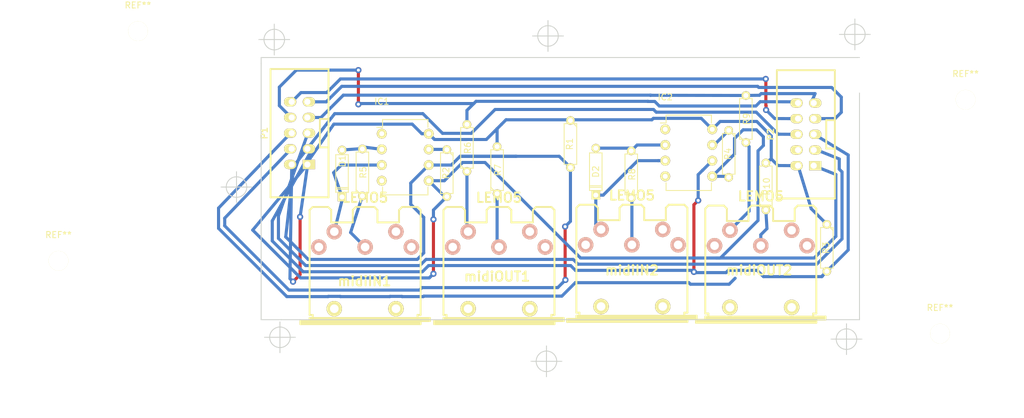
<source format=kicad_pcb>
(kicad_pcb (version 4) (host pcbnew 4.0.2-stable)

  (general
    (links 42)
    (no_connects 4)
    (area 14.750001 36.25 138.75 102.950001)
    (thickness 1.6)
    (drawings 17)
    (tracks 269)
    (zones 0)
    (modules 24)
    (nets 35)
  )

  (page A4)
  (layers
    (0 F.Cu signal)
    (31 B.Cu signal)
    (32 B.Adhes user)
    (33 F.Adhes user)
    (34 B.Paste user)
    (35 F.Paste user)
    (36 B.SilkS user)
    (37 F.SilkS user)
    (38 B.Mask user)
    (39 F.Mask user)
    (40 Dwgs.User user)
    (41 Cmts.User user)
    (42 Eco1.User user)
    (43 Eco2.User user)
    (44 Edge.Cuts user)
    (45 Margin user)
    (46 B.CrtYd user)
    (47 F.CrtYd user)
    (48 B.Fab user)
    (49 F.Fab user)
  )

  (setup
    (last_trace_width 0.5)
    (trace_clearance 0.5)
    (zone_clearance 0.508)
    (zone_45_only no)
    (trace_min 0.2)
    (segment_width 0.2)
    (edge_width 0.15)
    (via_size 1)
    (via_drill 0.5)
    (via_min_size 0.4)
    (via_min_drill 0.3)
    (uvia_size 0.3)
    (uvia_drill 0.1)
    (uvias_allowed no)
    (uvia_min_size 0.2)
    (uvia_min_drill 0.1)
    (pcb_text_width 0.3)
    (pcb_text_size 1.5 1.5)
    (mod_edge_width 0.15)
    (mod_text_size 1 1)
    (mod_text_width 0.15)
    (pad_size 3.2 3.2)
    (pad_drill 3.2)
    (pad_to_mask_clearance 0.2)
    (aux_axis_origin 0 0)
    (visible_elements 7FFFFFFF)
    (pcbplotparams
      (layerselection 0x01030_80000001)
      (usegerberextensions false)
      (excludeedgelayer true)
      (linewidth 0.100000)
      (plotframeref false)
      (viasonmask false)
      (mode 1)
      (useauxorigin false)
      (hpglpennumber 1)
      (hpglpenspeed 20)
      (hpglpendiameter 15)
      (hpglpenoverlay 2)
      (psnegative false)
      (psa4output false)
      (plotreference true)
      (plotvalue true)
      (plotinvisibletext false)
      (padsonsilk false)
      (subtractmaskfromsilk false)
      (outputformat 1)
      (mirror false)
      (drillshape 0)
      (scaleselection 1)
      (outputdirectory gerber/1/))
  )

  (net 0 "")
  (net 1 "Net-(D1-Pad1)")
  (net 2 "Net-(D1-Pad2)")
  (net 3 "Net-(D2-Pad1)")
  (net 4 "Net-(D2-Pad2)")
  (net 5 GND)
  (net 6 "Net-(IC1-Pad6)")
  (net 7 "Net-(IC1-Pad7)")
  (net 8 +5V)
  (net 9 "Net-(IC2-Pad6)")
  (net 10 "Net-(IC2-Pad7)")
  (net 11 "Net-(midiIN1-Pad3)")
  (net 12 "Net-(midiIN1-Pad4)")
  (net 13 "Net-(R5-Pad1)")
  (net 14 "Net-(midiIN1-Pad1)")
  (net 15 "Net-(midiIN2-Pad3)")
  (net 16 "Net-(midiIN2-Pad4)")
  (net 17 "Net-(R8-Pad1)")
  (net 18 "Net-(midiIN2-Pad1)")
  (net 19 "Net-(midiOUT1-Pad3)")
  (net 20 "Net-(midiOUT1-Pad4)")
  (net 21 "Net-(R7-Pad1)")
  (net 22 "Net-(midiOUT1-Pad1)")
  (net 23 "Net-(R6-Pad1)")
  (net 24 "Net-(midiOUT2-Pad3)")
  (net 25 "Net-(midiOUT2-Pad4)")
  (net 26 "Net-(R10-Pad1)")
  (net 27 "Net-(midiOUT2-Pad1)")
  (net 28 "Net-(R9-Pad1)")
  (net 29 "Net-(P1-Pad9)")
  (net 30 "Net-(P1-Pad10)")
  (net 31 "Net-(P1-Pad8)")
  (net 32 "Net-(P1-Pad7)")
  (net 33 "Net-(P1-Pad5)")
  (net 34 "Net-(P1-Pad6)")

  (net_class Default "Ceci est la Netclass par défaut"
    (clearance 0.5)
    (trace_width 0.5)
    (via_dia 1)
    (via_drill 0.5)
    (uvia_dia 0.3)
    (uvia_drill 0.1)
    (add_net +5V)
    (add_net GND)
    (add_net "Net-(D1-Pad1)")
    (add_net "Net-(D1-Pad2)")
    (add_net "Net-(D2-Pad1)")
    (add_net "Net-(D2-Pad2)")
    (add_net "Net-(IC1-Pad6)")
    (add_net "Net-(IC1-Pad7)")
    (add_net "Net-(IC2-Pad6)")
    (add_net "Net-(IC2-Pad7)")
    (add_net "Net-(P1-Pad10)")
    (add_net "Net-(P1-Pad5)")
    (add_net "Net-(P1-Pad6)")
    (add_net "Net-(P1-Pad7)")
    (add_net "Net-(P1-Pad8)")
    (add_net "Net-(P1-Pad9)")
    (add_net "Net-(R10-Pad1)")
    (add_net "Net-(R5-Pad1)")
    (add_net "Net-(R6-Pad1)")
    (add_net "Net-(R7-Pad1)")
    (add_net "Net-(R8-Pad1)")
    (add_net "Net-(R9-Pad1)")
    (add_net "Net-(midiIN1-Pad1)")
    (add_net "Net-(midiIN1-Pad3)")
    (add_net "Net-(midiIN1-Pad4)")
    (add_net "Net-(midiIN2-Pad1)")
    (add_net "Net-(midiIN2-Pad3)")
    (add_net "Net-(midiIN2-Pad4)")
    (add_net "Net-(midiOUT1-Pad1)")
    (add_net "Net-(midiOUT1-Pad3)")
    (add_net "Net-(midiOUT1-Pad4)")
    (add_net "Net-(midiOUT2-Pad1)")
    (add_net "Net-(midiOUT2-Pad3)")
    (add_net "Net-(midiOUT2-Pad4)")
  )

  (module Mounting_Holes:MountingHole_3.2mm_M3 (layer F.Cu) (tedit 56D1B4CB) (tstamp 5788AD37)
    (at 1.64 75.45)
    (descr "Mounting Hole 3.2mm, no annular, M3")
    (tags "mounting hole 3.2mm no annular m3")
    (fp_text reference REF** (at 0 -4.2) (layer F.SilkS)
      (effects (font (size 1 1) (thickness 0.15)))
    )
    (fp_text value MountingHole_3.2mm_M3 (at 0 4.2) (layer F.Fab)
      (effects (font (size 1 1) (thickness 0.15)))
    )
    (fp_circle (center 0 0) (end 3.2 0) (layer Cmts.User) (width 0.15))
    (fp_circle (center 0 0) (end 3.45 0) (layer F.CrtYd) (width 0.05))
    (pad 1 np_thru_hole circle (at 0 0) (size 3.2 3.2) (drill 3.2) (layers *.Cu *.Mask F.SilkS))
  )

  (module Mounting_Holes:MountingHole_3.2mm_M3 (layer F.Cu) (tedit 579A706D) (tstamp 5788AD36)
    (at 144.56 87.26)
    (descr "Mounting Hole 3.2mm, no annular, M3")
    (tags "mounting hole 3.2mm no annular m3")
    (fp_text reference REF** (at 0 -4.2) (layer F.SilkS)
      (effects (font (size 1 1) (thickness 0.15)))
    )
    (fp_text value MountingHole_3.2mm_M3 (at 0 4.2) (layer F.Fab)
      (effects (font (size 1 1) (thickness 0.15)))
    )
    (fp_circle (center 0 0) (end 3.2 0) (layer Cmts.User) (width 0.15))
    (fp_circle (center 0 0) (end 3.45 0) (layer F.CrtYd) (width 0.05))
    (pad "" np_thru_hole circle (at 0 0) (size 3.2 3.2) (drill 3.2) (layers *.Cu *.Mask F.SilkS))
  )

  (module Mounting_Holes:MountingHole_3.2mm_M3 (layer F.Cu) (tedit 56D1B4CB) (tstamp 5788AD35)
    (at 148.7 49.34)
    (descr "Mounting Hole 3.2mm, no annular, M3")
    (tags "mounting hole 3.2mm no annular m3")
    (fp_text reference REF** (at 0 -4.2) (layer F.SilkS)
      (effects (font (size 1 1) (thickness 0.15)))
    )
    (fp_text value MountingHole_3.2mm_M3 (at 0 4.2) (layer F.Fab)
      (effects (font (size 1 1) (thickness 0.15)))
    )
    (fp_circle (center 0 0) (end 3.2 0) (layer Cmts.User) (width 0.15))
    (fp_circle (center 0 0) (end 3.45 0) (layer F.CrtYd) (width 0.05))
    (pad 1 np_thru_hole circle (at 0 0) (size 3.2 3.2) (drill 3.2) (layers *.Cu *.Mask F.SilkS))
  )

  (module Mounting_Holes:MountingHole_3.2mm_M3 (layer F.Cu) (tedit 56D1B4CB) (tstamp 5788AD34)
    (at 14.52 38.22)
    (descr "Mounting Hole 3.2mm, no annular, M3")
    (tags "mounting hole 3.2mm no annular m3")
    (fp_text reference REF** (at 0 -4.2) (layer F.SilkS)
      (effects (font (size 1 1) (thickness 0.15)))
    )
    (fp_text value MountingHole_3.2mm_M3 (at 0 4.2) (layer F.Fab)
      (effects (font (size 1 1) (thickness 0.15)))
    )
    (fp_circle (center 0 0) (end 3.2 0) (layer Cmts.User) (width 0.15))
    (fp_circle (center 0 0) (end 3.45 0) (layer F.CrtYd) (width 0.05))
    (pad 1 np_thru_hole circle (at 0 0) (size 3.2 3.2) (drill 3.2) (layers *.Cu *.Mask F.SilkS))
  )

  (module Discret:D3 placed (layer F.Cu) (tedit 0) (tstamp 5788AA49)
    (at 47.61 61.3 270)
    (descr "Diode 3 pas")
    (tags "DIODE DEV")
    (path /5772D763)
    (fp_text reference D1 (at -2 -0.06 270) (layer F.SilkS)
      (effects (font (size 1 1) (thickness 0.15)))
    )
    (fp_text value 1N4148 (at 0 0 360) (layer F.Fab)
      (effects (font (size 1 1) (thickness 0.15)))
    )
    (fp_line (start 3.81 0) (end 3.048 0) (layer F.SilkS) (width 0.15))
    (fp_line (start 3.048 0) (end 3.048 -1.016) (layer F.SilkS) (width 0.15))
    (fp_line (start 3.048 -1.016) (end -3.048 -1.016) (layer F.SilkS) (width 0.15))
    (fp_line (start -3.048 -1.016) (end -3.048 0) (layer F.SilkS) (width 0.15))
    (fp_line (start -3.048 0) (end -3.81 0) (layer F.SilkS) (width 0.15))
    (fp_line (start -3.048 0) (end -3.048 1.016) (layer F.SilkS) (width 0.15))
    (fp_line (start -3.048 1.016) (end 3.048 1.016) (layer F.SilkS) (width 0.15))
    (fp_line (start 3.048 1.016) (end 3.048 0) (layer F.SilkS) (width 0.15))
    (fp_line (start 2.54 -1.016) (end 2.54 1.016) (layer F.SilkS) (width 0.15))
    (fp_line (start 2.286 1.016) (end 2.286 -1.016) (layer F.SilkS) (width 0.15))
    (pad 1 thru_hole rect (at 3.81 0 270) (size 1.397 1.397) (drill 0.8128) (layers *.Cu *.Mask F.SilkS)
      (net 1 "Net-(D1-Pad1)"))
    (pad 2 thru_hole circle (at -3.81 0 270) (size 1.397 1.397) (drill 0.8128) (layers *.Cu *.Mask F.SilkS)
      (net 2 "Net-(D1-Pad2)"))
    (model Discret.3dshapes/D3.wrl
      (at (xyz 0 0 0))
      (scale (xyz 0.3 0.3 0.3))
      (rotate (xyz 0 0 0))
    )
  )

  (module Discret:D3 placed (layer F.Cu) (tedit 0) (tstamp 5788AA4F)
    (at 88.75 61 270)
    (descr "Diode 3 pas")
    (tags "DIODE DEV")
    (path /5772D76E)
    (fp_text reference D2 (at 0 0 270) (layer F.SilkS)
      (effects (font (size 1 1) (thickness 0.15)))
    )
    (fp_text value 1N4148 (at 0 0 270) (layer F.Fab)
      (effects (font (size 1 1) (thickness 0.15)))
    )
    (fp_line (start 3.81 0) (end 3.048 0) (layer F.SilkS) (width 0.15))
    (fp_line (start 3.048 0) (end 3.048 -1.016) (layer F.SilkS) (width 0.15))
    (fp_line (start 3.048 -1.016) (end -3.048 -1.016) (layer F.SilkS) (width 0.15))
    (fp_line (start -3.048 -1.016) (end -3.048 0) (layer F.SilkS) (width 0.15))
    (fp_line (start -3.048 0) (end -3.81 0) (layer F.SilkS) (width 0.15))
    (fp_line (start -3.048 0) (end -3.048 1.016) (layer F.SilkS) (width 0.15))
    (fp_line (start -3.048 1.016) (end 3.048 1.016) (layer F.SilkS) (width 0.15))
    (fp_line (start 3.048 1.016) (end 3.048 0) (layer F.SilkS) (width 0.15))
    (fp_line (start 2.54 -1.016) (end 2.54 1.016) (layer F.SilkS) (width 0.15))
    (fp_line (start 2.286 1.016) (end 2.286 -1.016) (layer F.SilkS) (width 0.15))
    (pad 1 thru_hole rect (at 3.81 0 270) (size 1.397 1.397) (drill 0.8128) (layers *.Cu *.Mask F.SilkS)
      (net 3 "Net-(D2-Pad1)"))
    (pad 2 thru_hole circle (at -3.81 0 270) (size 1.397 1.397) (drill 0.8128) (layers *.Cu *.Mask F.SilkS)
      (net 4 "Net-(D2-Pad2)"))
    (model Discret.3dshapes/D3.wrl
      (at (xyz 0 0 0))
      (scale (xyz 0.3 0.3 0.3))
      (rotate (xyz 0 0 0))
    )
  )

  (module Housings_DIP:DIP-8_W7.62mm placed (layer F.Cu) (tedit 54130A77) (tstamp 5788AA5B)
    (at 54.05 54.85)
    (descr "8-lead dip package, row spacing 7.62 mm (300 mils)")
    (tags "dil dip 2.54 300")
    (path /5772D759)
    (fp_text reference IC1 (at 0 -5.22) (layer F.SilkS)
      (effects (font (size 1 1) (thickness 0.15)))
    )
    (fp_text value 6N138 (at 0 -3.72) (layer F.Fab)
      (effects (font (size 1 1) (thickness 0.15)))
    )
    (fp_line (start -1.05 -2.45) (end -1.05 10.1) (layer F.CrtYd) (width 0.05))
    (fp_line (start 8.65 -2.45) (end 8.65 10.1) (layer F.CrtYd) (width 0.05))
    (fp_line (start -1.05 -2.45) (end 8.65 -2.45) (layer F.CrtYd) (width 0.05))
    (fp_line (start -1.05 10.1) (end 8.65 10.1) (layer F.CrtYd) (width 0.05))
    (fp_line (start 0.135 -2.295) (end 0.135 -1.025) (layer F.SilkS) (width 0.15))
    (fp_line (start 7.485 -2.295) (end 7.485 -1.025) (layer F.SilkS) (width 0.15))
    (fp_line (start 7.485 9.915) (end 7.485 8.645) (layer F.SilkS) (width 0.15))
    (fp_line (start 0.135 9.915) (end 0.135 8.645) (layer F.SilkS) (width 0.15))
    (fp_line (start 0.135 -2.295) (end 7.485 -2.295) (layer F.SilkS) (width 0.15))
    (fp_line (start 0.135 9.915) (end 7.485 9.915) (layer F.SilkS) (width 0.15))
    (fp_line (start 0.135 -1.025) (end -0.8 -1.025) (layer F.SilkS) (width 0.15))
    (pad 1 thru_hole oval (at 0 0) (size 1.6 1.6) (drill 0.8) (layers *.Cu *.Mask F.SilkS))
    (pad 2 thru_hole oval (at 0 2.54) (size 1.6 1.6) (drill 0.8) (layers *.Cu *.Mask F.SilkS)
      (net 2 "Net-(D1-Pad2)"))
    (pad 3 thru_hole oval (at 0 5.08) (size 1.6 1.6) (drill 0.8) (layers *.Cu *.Mask F.SilkS)
      (net 1 "Net-(D1-Pad1)"))
    (pad 4 thru_hole oval (at 0 7.62) (size 1.6 1.6) (drill 0.8) (layers *.Cu *.Mask F.SilkS))
    (pad 5 thru_hole oval (at 7.62 7.62) (size 1.6 1.6) (drill 0.8) (layers *.Cu *.Mask F.SilkS)
      (net 5 GND))
    (pad 6 thru_hole oval (at 7.62 5.08) (size 1.6 1.6) (drill 0.8) (layers *.Cu *.Mask F.SilkS)
      (net 6 "Net-(IC1-Pad6)"))
    (pad 7 thru_hole oval (at 7.62 2.54) (size 1.6 1.6) (drill 0.8) (layers *.Cu *.Mask F.SilkS)
      (net 7 "Net-(IC1-Pad7)"))
    (pad 8 thru_hole oval (at 7.62 0) (size 1.6 1.6) (drill 0.8) (layers *.Cu *.Mask F.SilkS)
      (net 8 +5V))
    (model Housings_DIP.3dshapes/DIP-8_W7.62mm.wrl
      (at (xyz 0 0 0))
      (scale (xyz 1 1 1))
      (rotate (xyz 0 0 0))
    )
  )

  (module Housings_DIP:DIP-8_W7.62mm placed (layer F.Cu) (tedit 54130A77) (tstamp 5788AA67)
    (at 100.01 54.14)
    (descr "8-lead dip package, row spacing 7.62 mm (300 mils)")
    (tags "dil dip 2.54 300")
    (path /5772D766)
    (fp_text reference IC2 (at 0 -5.22) (layer F.SilkS)
      (effects (font (size 1 1) (thickness 0.15)))
    )
    (fp_text value 6N138 (at 0 -3.72) (layer F.Fab)
      (effects (font (size 1 1) (thickness 0.15)))
    )
    (fp_line (start -1.05 -2.45) (end -1.05 10.1) (layer F.CrtYd) (width 0.05))
    (fp_line (start 8.65 -2.45) (end 8.65 10.1) (layer F.CrtYd) (width 0.05))
    (fp_line (start -1.05 -2.45) (end 8.65 -2.45) (layer F.CrtYd) (width 0.05))
    (fp_line (start -1.05 10.1) (end 8.65 10.1) (layer F.CrtYd) (width 0.05))
    (fp_line (start 0.135 -2.295) (end 0.135 -1.025) (layer F.SilkS) (width 0.15))
    (fp_line (start 7.485 -2.295) (end 7.485 -1.025) (layer F.SilkS) (width 0.15))
    (fp_line (start 7.485 9.915) (end 7.485 8.645) (layer F.SilkS) (width 0.15))
    (fp_line (start 0.135 9.915) (end 0.135 8.645) (layer F.SilkS) (width 0.15))
    (fp_line (start 0.135 -2.295) (end 7.485 -2.295) (layer F.SilkS) (width 0.15))
    (fp_line (start 0.135 9.915) (end 7.485 9.915) (layer F.SilkS) (width 0.15))
    (fp_line (start 0.135 -1.025) (end -0.8 -1.025) (layer F.SilkS) (width 0.15))
    (pad 1 thru_hole oval (at 0 0) (size 1.6 1.6) (drill 0.8) (layers *.Cu *.Mask F.SilkS))
    (pad 2 thru_hole oval (at 0 2.54) (size 1.6 1.6) (drill 0.8) (layers *.Cu *.Mask F.SilkS)
      (net 4 "Net-(D2-Pad2)"))
    (pad 3 thru_hole oval (at 0 5.08) (size 1.6 1.6) (drill 0.8) (layers *.Cu *.Mask F.SilkS)
      (net 3 "Net-(D2-Pad1)"))
    (pad 4 thru_hole oval (at 0 7.62) (size 1.6 1.6) (drill 0.8) (layers *.Cu *.Mask F.SilkS))
    (pad 5 thru_hole oval (at 7.62 7.62) (size 1.6 1.6) (drill 0.8) (layers *.Cu *.Mask F.SilkS)
      (net 5 GND))
    (pad 6 thru_hole oval (at 7.62 5.08) (size 1.6 1.6) (drill 0.8) (layers *.Cu *.Mask F.SilkS)
      (net 9 "Net-(IC2-Pad6)"))
    (pad 7 thru_hole oval (at 7.62 2.54) (size 1.6 1.6) (drill 0.8) (layers *.Cu *.Mask F.SilkS)
      (net 10 "Net-(IC2-Pad7)"))
    (pad 8 thru_hole oval (at 7.62 0) (size 1.6 1.6) (drill 0.8) (layers *.Cu *.Mask F.SilkS)
      (net 8 +5V))
    (model Housings_DIP.3dshapes/DIP-8_W7.62mm.wrl
      (at (xyz 0 0 0))
      (scale (xyz 1 1 1))
      (rotate (xyz 0 0 0))
    )
  )

  (module w_conn_av:din-5 locked (layer F.Cu) (tedit 5788AD5A) (tstamp 5788AA72)
    (at 51.352761 76.22474)
    (descr "Din 5 (MIDI), Pro Signal P/N PSG03463")
    (path /5772D764)
    (fp_text reference midiIN1 (at -0.102761 2.52526) (layer F.SilkS)
      (effects (font (thickness 0.3048)))
    )
    (fp_text value LEMO5 (at 0 -11.00074) (layer F.SilkS)
      (effects (font (thickness 0.3048)))
    )
    (fp_line (start -8.99922 8.7503) (end 10.50036 8.7503) (layer F.SilkS) (width 0.3048))
    (fp_line (start 8.99922 8.99922) (end -8.99922 8.99922) (layer F.SilkS) (width 0.3048))
    (fp_line (start -10.50036 9.25068) (end 8.99922 9.25068) (layer F.SilkS) (width 0.3048))
    (fp_line (start -8.99922 -8.99922) (end -8.99922 8.001) (layer F.SilkS) (width 0.3048))
    (fp_line (start -8.99922 -8.99922) (end -8.49884 -9.4996) (layer F.SilkS) (width 0.3048))
    (fp_line (start -8.49884 -9.4996) (end -5.99948 -9.4996) (layer F.SilkS) (width 0.3048))
    (fp_line (start -5.99948 -9.4996) (end -5.4991 -8.99922) (layer F.SilkS) (width 0.3048))
    (fp_line (start -5.4991 -8.99922) (end -5.4991 -7.00024) (layer F.SilkS) (width 0.3048))
    (fp_line (start -5.4991 -7.00024) (end -1.99898 -7.00024) (layer F.SilkS) (width 0.3048))
    (fp_line (start 8.99922 -8.99922) (end 8.99922 8.001) (layer F.SilkS) (width 0.3048))
    (fp_line (start 8.99922 -8.99922) (end 8.49884 -9.4996) (layer F.SilkS) (width 0.3048))
    (fp_line (start 8.49884 -9.4996) (end 6.49986 -9.4996) (layer F.SilkS) (width 0.3048))
    (fp_line (start 6.49986 -9.4996) (end 5.99948 -9.4996) (layer F.SilkS) (width 0.3048))
    (fp_line (start 5.99948 -9.4996) (end 5.4991 -8.99922) (layer F.SilkS) (width 0.3048))
    (fp_line (start 5.4991 -8.99922) (end 5.4991 -7.00024) (layer F.SilkS) (width 0.3048))
    (fp_line (start 5.4991 -7.00024) (end 1.99898 -7.00024) (layer F.SilkS) (width 0.3048))
    (fp_line (start -1.50114 -9.4996) (end -1.99898 -8.99922) (layer F.SilkS) (width 0.3048))
    (fp_line (start -1.99898 -8.99922) (end -1.99898 -7.00024) (layer F.SilkS) (width 0.3048))
    (fp_line (start -1.50114 -9.4996) (end 1.50114 -9.4996) (layer F.SilkS) (width 0.3048))
    (fp_line (start 1.50114 -9.4996) (end 1.99898 -8.99922) (layer F.SilkS) (width 0.3048))
    (fp_line (start 1.99898 -8.99922) (end 1.99898 -7.00024) (layer F.SilkS) (width 0.3048))
    (fp_line (start 10.50036 8.99922) (end 8.99922 8.99922) (layer F.SilkS) (width 0.3048))
    (fp_line (start 8.99922 8.99922) (end 8.99922 9.4996) (layer F.SilkS) (width 0.3048))
    (fp_line (start 8.99922 9.4996) (end -10.50036 9.4996) (layer F.SilkS) (width 0.3048))
    (fp_line (start -10.50036 8.99922) (end -8.99922 8.99922) (layer F.SilkS) (width 0.3048))
    (fp_line (start -8.99922 8.99922) (end -8.99922 8.49884) (layer F.SilkS) (width 0.3048))
    (fp_line (start -8.99922 8.49884) (end 10.50036 8.49884) (layer F.SilkS) (width 0.3048))
    (fp_line (start 8.99922 8.001) (end 8.49884 8.001) (layer F.SilkS) (width 0.3048))
    (fp_line (start -8.99922 8.001) (end -8.49884 8.001) (layer F.SilkS) (width 0.3048))
    (fp_line (start 8.49884 8.49884) (end 8.49884 8.001) (layer F.SilkS) (width 0.3048))
    (fp_line (start -8.49884 8.001) (end -8.49884 8.49884) (layer F.SilkS) (width 0.3048))
    (fp_line (start -10.50036 9.4996) (end -10.50036 8.99922) (layer F.SilkS) (width 0.3048))
    (fp_line (start 10.50036 8.49884) (end 10.50036 8.99922) (layer F.SilkS) (width 0.3048))
    (pad 3 thru_hole circle (at -7.49808 -2.9972) (size 2.49936 2.49936) (drill 1.397) (layers *.Cu *.SilkS *.Mask)
      (net 11 "Net-(midiIN1-Pad3)"))
    (pad 4 thru_hole circle (at 4.99618 -5.4991) (size 2.49936 2.49936) (drill 1.397) (layers *.Cu *.SilkS *.Mask)
      (net 12 "Net-(midiIN1-Pad4)"))
    (pad 2 thru_hole circle (at 0 -2.99974) (size 2.49936 2.49936) (drill 1.397) (layers *.Cu *.SilkS *.Mask)
      (net 13 "Net-(R5-Pad1)"))
    (pad 1 thru_hole circle (at 7.49808 -2.9972) (size 2.49936 2.49936) (drill 1.397) (layers *.Cu *.SilkS *.Mask)
      (net 14 "Net-(midiIN1-Pad1)"))
    (pad 5 thru_hole circle (at -4.99618 -5.4991) (size 2.49936 2.49936) (drill 1.397) (layers *.Cu *.SilkS *.Mask)
      (net 1 "Net-(D1-Pad1)"))
    (pad "" np_thru_hole circle (at 5.00126 6.9977) (size 2.49936 2.49936) (drill 1.397) (layers *.Cu *.Mask F.SilkS))
    (pad "" np_thru_hole circle (at -5.00126 6.9977) (size 2.49936 2.49936) (drill 1.397) (layers *.Cu *.Mask F.SilkS))
    (model walter/conn_av/din-5.wrl
      (at (xyz 0 0 0))
      (scale (xyz 1 1 1))
      (rotate (xyz 0 0 0))
    )
  )

  (module w_conn_av:din-5 locked (layer F.Cu) (tedit 51C20EF5) (tstamp 5788AA7D)
    (at 94.602761 75.86474)
    (descr "Din 5 (MIDI), Pro Signal P/N PSG03463")
    (path /5772D76F)
    (fp_text reference midiIN2 (at 0 1.13526) (layer F.SilkS)
      (effects (font (thickness 0.3048)))
    )
    (fp_text value LEMO5 (at 0 -11.00074) (layer F.SilkS)
      (effects (font (thickness 0.3048)))
    )
    (fp_line (start -8.99922 8.7503) (end 10.50036 8.7503) (layer F.SilkS) (width 0.3048))
    (fp_line (start 8.99922 8.99922) (end -8.99922 8.99922) (layer F.SilkS) (width 0.3048))
    (fp_line (start -10.50036 9.25068) (end 8.99922 9.25068) (layer F.SilkS) (width 0.3048))
    (fp_line (start -8.99922 -8.99922) (end -8.99922 8.001) (layer F.SilkS) (width 0.3048))
    (fp_line (start -8.99922 -8.99922) (end -8.49884 -9.4996) (layer F.SilkS) (width 0.3048))
    (fp_line (start -8.49884 -9.4996) (end -5.99948 -9.4996) (layer F.SilkS) (width 0.3048))
    (fp_line (start -5.99948 -9.4996) (end -5.4991 -8.99922) (layer F.SilkS) (width 0.3048))
    (fp_line (start -5.4991 -8.99922) (end -5.4991 -7.00024) (layer F.SilkS) (width 0.3048))
    (fp_line (start -5.4991 -7.00024) (end -1.99898 -7.00024) (layer F.SilkS) (width 0.3048))
    (fp_line (start 8.99922 -8.99922) (end 8.99922 8.001) (layer F.SilkS) (width 0.3048))
    (fp_line (start 8.99922 -8.99922) (end 8.49884 -9.4996) (layer F.SilkS) (width 0.3048))
    (fp_line (start 8.49884 -9.4996) (end 6.49986 -9.4996) (layer F.SilkS) (width 0.3048))
    (fp_line (start 6.49986 -9.4996) (end 5.99948 -9.4996) (layer F.SilkS) (width 0.3048))
    (fp_line (start 5.99948 -9.4996) (end 5.4991 -8.99922) (layer F.SilkS) (width 0.3048))
    (fp_line (start 5.4991 -8.99922) (end 5.4991 -7.00024) (layer F.SilkS) (width 0.3048))
    (fp_line (start 5.4991 -7.00024) (end 1.99898 -7.00024) (layer F.SilkS) (width 0.3048))
    (fp_line (start -1.50114 -9.4996) (end -1.99898 -8.99922) (layer F.SilkS) (width 0.3048))
    (fp_line (start -1.99898 -8.99922) (end -1.99898 -7.00024) (layer F.SilkS) (width 0.3048))
    (fp_line (start -1.50114 -9.4996) (end 1.50114 -9.4996) (layer F.SilkS) (width 0.3048))
    (fp_line (start 1.50114 -9.4996) (end 1.99898 -8.99922) (layer F.SilkS) (width 0.3048))
    (fp_line (start 1.99898 -8.99922) (end 1.99898 -7.00024) (layer F.SilkS) (width 0.3048))
    (fp_line (start 10.50036 8.99922) (end 8.99922 8.99922) (layer F.SilkS) (width 0.3048))
    (fp_line (start 8.99922 8.99922) (end 8.99922 9.4996) (layer F.SilkS) (width 0.3048))
    (fp_line (start 8.99922 9.4996) (end -10.50036 9.4996) (layer F.SilkS) (width 0.3048))
    (fp_line (start -10.50036 8.99922) (end -8.99922 8.99922) (layer F.SilkS) (width 0.3048))
    (fp_line (start -8.99922 8.99922) (end -8.99922 8.49884) (layer F.SilkS) (width 0.3048))
    (fp_line (start -8.99922 8.49884) (end 10.50036 8.49884) (layer F.SilkS) (width 0.3048))
    (fp_line (start 8.99922 8.001) (end 8.49884 8.001) (layer F.SilkS) (width 0.3048))
    (fp_line (start -8.99922 8.001) (end -8.49884 8.001) (layer F.SilkS) (width 0.3048))
    (fp_line (start 8.49884 8.49884) (end 8.49884 8.001) (layer F.SilkS) (width 0.3048))
    (fp_line (start -8.49884 8.001) (end -8.49884 8.49884) (layer F.SilkS) (width 0.3048))
    (fp_line (start -10.50036 9.4996) (end -10.50036 8.99922) (layer F.SilkS) (width 0.3048))
    (fp_line (start 10.50036 8.49884) (end 10.50036 8.99922) (layer F.SilkS) (width 0.3048))
    (pad 3 thru_hole circle (at -7.49808 -2.9972) (size 2.49936 2.49936) (drill 1.397) (layers *.Cu *.SilkS *.Mask)
      (net 15 "Net-(midiIN2-Pad3)"))
    (pad 4 thru_hole circle (at 4.99618 -5.4991) (size 2.49936 2.49936) (drill 1.397) (layers *.Cu *.SilkS *.Mask)
      (net 16 "Net-(midiIN2-Pad4)"))
    (pad 2 thru_hole circle (at 0 -2.99974) (size 2.49936 2.49936) (drill 1.397) (layers *.Cu *.SilkS *.Mask)
      (net 17 "Net-(R8-Pad1)"))
    (pad 1 thru_hole circle (at 7.49808 -2.9972) (size 2.49936 2.49936) (drill 1.397) (layers *.Cu *.SilkS *.Mask)
      (net 18 "Net-(midiIN2-Pad1)"))
    (pad 5 thru_hole circle (at -4.99618 -5.4991) (size 2.49936 2.49936) (drill 1.397) (layers *.Cu *.SilkS *.Mask)
      (net 3 "Net-(D2-Pad1)"))
    (pad "" np_thru_hole circle (at 5.00126 6.9977) (size 2.49936 2.49936) (drill 1.397) (layers *.Cu *.Mask F.SilkS))
    (pad "" np_thru_hole circle (at -5.00126 6.9977) (size 2.49936 2.49936) (drill 1.397) (layers *.Cu *.Mask F.SilkS))
    (model walter/conn_av/din-5.wrl
      (at (xyz 0 0 0))
      (scale (xyz 1 1 1))
      (rotate (xyz 0 0 0))
    )
  )

  (module w_conn_av:din-5 locked (layer F.Cu) (tedit 51C20EF5) (tstamp 5788AA88)
    (at 73.052761 76.22474)
    (descr "Din 5 (MIDI), Pro Signal P/N PSG03463")
    (path /5772D771)
    (fp_text reference midiOUT1 (at -0.302761 1.77526) (layer F.SilkS)
      (effects (font (thickness 0.3048)))
    )
    (fp_text value LEMO5 (at 0 -11.00074) (layer F.SilkS)
      (effects (font (thickness 0.3048)))
    )
    (fp_line (start -8.99922 8.7503) (end 10.50036 8.7503) (layer F.SilkS) (width 0.3048))
    (fp_line (start 8.99922 8.99922) (end -8.99922 8.99922) (layer F.SilkS) (width 0.3048))
    (fp_line (start -10.50036 9.25068) (end 8.99922 9.25068) (layer F.SilkS) (width 0.3048))
    (fp_line (start -8.99922 -8.99922) (end -8.99922 8.001) (layer F.SilkS) (width 0.3048))
    (fp_line (start -8.99922 -8.99922) (end -8.49884 -9.4996) (layer F.SilkS) (width 0.3048))
    (fp_line (start -8.49884 -9.4996) (end -5.99948 -9.4996) (layer F.SilkS) (width 0.3048))
    (fp_line (start -5.99948 -9.4996) (end -5.4991 -8.99922) (layer F.SilkS) (width 0.3048))
    (fp_line (start -5.4991 -8.99922) (end -5.4991 -7.00024) (layer F.SilkS) (width 0.3048))
    (fp_line (start -5.4991 -7.00024) (end -1.99898 -7.00024) (layer F.SilkS) (width 0.3048))
    (fp_line (start 8.99922 -8.99922) (end 8.99922 8.001) (layer F.SilkS) (width 0.3048))
    (fp_line (start 8.99922 -8.99922) (end 8.49884 -9.4996) (layer F.SilkS) (width 0.3048))
    (fp_line (start 8.49884 -9.4996) (end 6.49986 -9.4996) (layer F.SilkS) (width 0.3048))
    (fp_line (start 6.49986 -9.4996) (end 5.99948 -9.4996) (layer F.SilkS) (width 0.3048))
    (fp_line (start 5.99948 -9.4996) (end 5.4991 -8.99922) (layer F.SilkS) (width 0.3048))
    (fp_line (start 5.4991 -8.99922) (end 5.4991 -7.00024) (layer F.SilkS) (width 0.3048))
    (fp_line (start 5.4991 -7.00024) (end 1.99898 -7.00024) (layer F.SilkS) (width 0.3048))
    (fp_line (start -1.50114 -9.4996) (end -1.99898 -8.99922) (layer F.SilkS) (width 0.3048))
    (fp_line (start -1.99898 -8.99922) (end -1.99898 -7.00024) (layer F.SilkS) (width 0.3048))
    (fp_line (start -1.50114 -9.4996) (end 1.50114 -9.4996) (layer F.SilkS) (width 0.3048))
    (fp_line (start 1.50114 -9.4996) (end 1.99898 -8.99922) (layer F.SilkS) (width 0.3048))
    (fp_line (start 1.99898 -8.99922) (end 1.99898 -7.00024) (layer F.SilkS) (width 0.3048))
    (fp_line (start 10.50036 8.99922) (end 8.99922 8.99922) (layer F.SilkS) (width 0.3048))
    (fp_line (start 8.99922 8.99922) (end 8.99922 9.4996) (layer F.SilkS) (width 0.3048))
    (fp_line (start 8.99922 9.4996) (end -10.50036 9.4996) (layer F.SilkS) (width 0.3048))
    (fp_line (start -10.50036 8.99922) (end -8.99922 8.99922) (layer F.SilkS) (width 0.3048))
    (fp_line (start -8.99922 8.99922) (end -8.99922 8.49884) (layer F.SilkS) (width 0.3048))
    (fp_line (start -8.99922 8.49884) (end 10.50036 8.49884) (layer F.SilkS) (width 0.3048))
    (fp_line (start 8.99922 8.001) (end 8.49884 8.001) (layer F.SilkS) (width 0.3048))
    (fp_line (start -8.99922 8.001) (end -8.49884 8.001) (layer F.SilkS) (width 0.3048))
    (fp_line (start 8.49884 8.49884) (end 8.49884 8.001) (layer F.SilkS) (width 0.3048))
    (fp_line (start -8.49884 8.001) (end -8.49884 8.49884) (layer F.SilkS) (width 0.3048))
    (fp_line (start -10.50036 9.4996) (end -10.50036 8.99922) (layer F.SilkS) (width 0.3048))
    (fp_line (start 10.50036 8.49884) (end 10.50036 8.99922) (layer F.SilkS) (width 0.3048))
    (pad 3 thru_hole circle (at -7.49808 -2.9972) (size 2.49936 2.49936) (drill 1.397) (layers *.Cu *.SilkS *.Mask)
      (net 19 "Net-(midiOUT1-Pad3)"))
    (pad 4 thru_hole circle (at 4.99618 -5.4991) (size 2.49936 2.49936) (drill 1.397) (layers *.Cu *.SilkS *.Mask)
      (net 20 "Net-(midiOUT1-Pad4)"))
    (pad 2 thru_hole circle (at 0 -2.99974) (size 2.49936 2.49936) (drill 1.397) (layers *.Cu *.SilkS *.Mask)
      (net 21 "Net-(R7-Pad1)"))
    (pad 1 thru_hole circle (at 7.49808 -2.9972) (size 2.49936 2.49936) (drill 1.397) (layers *.Cu *.SilkS *.Mask)
      (net 22 "Net-(midiOUT1-Pad1)"))
    (pad 5 thru_hole circle (at -4.99618 -5.4991) (size 2.49936 2.49936) (drill 1.397) (layers *.Cu *.SilkS *.Mask)
      (net 23 "Net-(R6-Pad1)"))
    (pad "" np_thru_hole circle (at 5.00126 6.9977) (size 2.49936 2.49936) (drill 1.397) (layers *.Cu *.Mask F.SilkS))
    (pad "" np_thru_hole circle (at -5.00126 6.9977) (size 2.49936 2.49936) (drill 1.397) (layers *.Cu *.Mask F.SilkS))
    (model walter/conn_av/din-5.wrl
      (at (xyz 0 0 0))
      (scale (xyz 1 1 1))
      (rotate (xyz 0 0 0))
    )
  )

  (module w_conn_av:din-5 locked (layer F.Cu) (tedit 51C20EF5) (tstamp 5788AA93)
    (at 115.5 76)
    (descr "Din 5 (MIDI), Pro Signal P/N PSG03463")
    (path /5772D778)
    (fp_text reference midiOUT2 (at -0.25 1) (layer F.SilkS)
      (effects (font (thickness 0.3048)))
    )
    (fp_text value LEMO5 (at 0 -11.00074) (layer F.SilkS)
      (effects (font (thickness 0.3048)))
    )
    (fp_line (start -8.99922 8.7503) (end 10.50036 8.7503) (layer F.SilkS) (width 0.3048))
    (fp_line (start 8.99922 8.99922) (end -8.99922 8.99922) (layer F.SilkS) (width 0.3048))
    (fp_line (start -10.50036 9.25068) (end 8.99922 9.25068) (layer F.SilkS) (width 0.3048))
    (fp_line (start -8.99922 -8.99922) (end -8.99922 8.001) (layer F.SilkS) (width 0.3048))
    (fp_line (start -8.99922 -8.99922) (end -8.49884 -9.4996) (layer F.SilkS) (width 0.3048))
    (fp_line (start -8.49884 -9.4996) (end -5.99948 -9.4996) (layer F.SilkS) (width 0.3048))
    (fp_line (start -5.99948 -9.4996) (end -5.4991 -8.99922) (layer F.SilkS) (width 0.3048))
    (fp_line (start -5.4991 -8.99922) (end -5.4991 -7.00024) (layer F.SilkS) (width 0.3048))
    (fp_line (start -5.4991 -7.00024) (end -1.99898 -7.00024) (layer F.SilkS) (width 0.3048))
    (fp_line (start 8.99922 -8.99922) (end 8.99922 8.001) (layer F.SilkS) (width 0.3048))
    (fp_line (start 8.99922 -8.99922) (end 8.49884 -9.4996) (layer F.SilkS) (width 0.3048))
    (fp_line (start 8.49884 -9.4996) (end 6.49986 -9.4996) (layer F.SilkS) (width 0.3048))
    (fp_line (start 6.49986 -9.4996) (end 5.99948 -9.4996) (layer F.SilkS) (width 0.3048))
    (fp_line (start 5.99948 -9.4996) (end 5.4991 -8.99922) (layer F.SilkS) (width 0.3048))
    (fp_line (start 5.4991 -8.99922) (end 5.4991 -7.00024) (layer F.SilkS) (width 0.3048))
    (fp_line (start 5.4991 -7.00024) (end 1.99898 -7.00024) (layer F.SilkS) (width 0.3048))
    (fp_line (start -1.50114 -9.4996) (end -1.99898 -8.99922) (layer F.SilkS) (width 0.3048))
    (fp_line (start -1.99898 -8.99922) (end -1.99898 -7.00024) (layer F.SilkS) (width 0.3048))
    (fp_line (start -1.50114 -9.4996) (end 1.50114 -9.4996) (layer F.SilkS) (width 0.3048))
    (fp_line (start 1.50114 -9.4996) (end 1.99898 -8.99922) (layer F.SilkS) (width 0.3048))
    (fp_line (start 1.99898 -8.99922) (end 1.99898 -7.00024) (layer F.SilkS) (width 0.3048))
    (fp_line (start 10.50036 8.99922) (end 8.99922 8.99922) (layer F.SilkS) (width 0.3048))
    (fp_line (start 8.99922 8.99922) (end 8.99922 9.4996) (layer F.SilkS) (width 0.3048))
    (fp_line (start 8.99922 9.4996) (end -10.50036 9.4996) (layer F.SilkS) (width 0.3048))
    (fp_line (start -10.50036 8.99922) (end -8.99922 8.99922) (layer F.SilkS) (width 0.3048))
    (fp_line (start -8.99922 8.99922) (end -8.99922 8.49884) (layer F.SilkS) (width 0.3048))
    (fp_line (start -8.99922 8.49884) (end 10.50036 8.49884) (layer F.SilkS) (width 0.3048))
    (fp_line (start 8.99922 8.001) (end 8.49884 8.001) (layer F.SilkS) (width 0.3048))
    (fp_line (start -8.99922 8.001) (end -8.49884 8.001) (layer F.SilkS) (width 0.3048))
    (fp_line (start 8.49884 8.49884) (end 8.49884 8.001) (layer F.SilkS) (width 0.3048))
    (fp_line (start -8.49884 8.001) (end -8.49884 8.49884) (layer F.SilkS) (width 0.3048))
    (fp_line (start -10.50036 9.4996) (end -10.50036 8.99922) (layer F.SilkS) (width 0.3048))
    (fp_line (start 10.50036 8.49884) (end 10.50036 8.99922) (layer F.SilkS) (width 0.3048))
    (pad 3 thru_hole circle (at -7.49808 -2.9972) (size 2.49936 2.49936) (drill 1.397) (layers *.Cu *.SilkS *.Mask)
      (net 24 "Net-(midiOUT2-Pad3)"))
    (pad 4 thru_hole circle (at 4.99618 -5.4991) (size 2.49936 2.49936) (drill 1.397) (layers *.Cu *.SilkS *.Mask)
      (net 25 "Net-(midiOUT2-Pad4)"))
    (pad 2 thru_hole circle (at 0 -2.99974) (size 2.49936 2.49936) (drill 1.397) (layers *.Cu *.SilkS *.Mask)
      (net 26 "Net-(R10-Pad1)"))
    (pad 1 thru_hole circle (at 7.49808 -2.9972) (size 2.49936 2.49936) (drill 1.397) (layers *.Cu *.SilkS *.Mask)
      (net 27 "Net-(midiOUT2-Pad1)"))
    (pad 5 thru_hole circle (at -4.99618 -5.4991) (size 2.49936 2.49936) (drill 1.397) (layers *.Cu *.SilkS *.Mask)
      (net 28 "Net-(R9-Pad1)"))
    (pad "" np_thru_hole circle (at 5.00126 6.9977) (size 2.49936 2.49936) (drill 1.397) (layers *.Cu *.Mask F.SilkS))
    (pad "" np_thru_hole circle (at -5.00126 6.9977) (size 2.49936 2.49936) (drill 1.397) (layers *.Cu *.Mask F.SilkS))
    (model walter/conn_av/din-5.wrl
      (at (xyz 0 0 0))
      (scale (xyz 1 1 1))
      (rotate (xyz 0 0 0))
    )
  )

  (module w_conn_strip:vasch_strip_5x2 placed (layer F.Cu) (tedit 53DE0503) (tstamp 5788AAA1)
    (at 40.72 54.76 90)
    (descr "Box header 5x2pin 2.54mm")
    (tags "CONN DEV")
    (path /5772E6F0)
    (fp_text reference P1 (at 0 -5.7 90) (layer F.SilkS)
      (effects (font (size 1 1) (thickness 0.2032)))
    )
    (fp_text value CONN_02X05 (at 0 5.7 90) (layer F.SilkS) hide
      (effects (font (size 1 1) (thickness 0.2032)))
    )
    (fp_line (start -10.4 4.7) (end 10.4 4.7) (layer F.SilkS) (width 0.3048))
    (fp_line (start 10.4 -4.7) (end -10.4 -4.7) (layer F.SilkS) (width 0.3048))
    (fp_line (start -10.4 -4.7) (end -10.4 4.7) (layer F.SilkS) (width 0.3048))
    (fp_line (start 10.4 -4.7) (end 10.4 4.7) (layer F.SilkS) (width 0.3048))
    (fp_line (start 2.3 4.7) (end 2.3 3.3) (layer F.SilkS) (width 0.29972))
    (fp_line (start 2.3 3.3) (end -2.3 3.3) (layer F.SilkS) (width 0.29972))
    (fp_line (start -2.3 3.3) (end -2.3 4.7) (layer F.SilkS) (width 0.29972))
    (pad 9 thru_hole oval (at 5.08 1.27 90) (size 1.5 2) (drill 1 (offset 0 0.25)) (layers *.Cu *.Mask F.SilkS)
      (net 29 "Net-(P1-Pad9)"))
    (pad 10 thru_hole oval (at 5.08 -1.27 90) (size 1.5 2) (drill 1 (offset 0 -0.25)) (layers *.Cu *.Mask F.SilkS)
      (net 30 "Net-(P1-Pad10)"))
    (pad 8 thru_hole oval (at 2.54 -1.27 90) (size 1.5 2) (drill 1 (offset 0 -0.25)) (layers *.Cu *.Mask F.SilkS)
      (net 31 "Net-(P1-Pad8)"))
    (pad 7 thru_hole oval (at 2.54 1.27 90) (size 1.5 2) (drill 1 (offset 0 0.25)) (layers *.Cu *.Mask F.SilkS)
      (net 32 "Net-(P1-Pad7)"))
    (pad 1 thru_hole rect (at -5.08 1.27 90) (size 1.5 2) (drill 1 (offset 0 0.25)) (layers *.Cu *.Mask F.SilkS)
      (net 5 GND))
    (pad 2 thru_hole oval (at -5.08 -1.27 90) (size 1.5 2) (drill 1 (offset 0 -0.25)) (layers *.Cu *.Mask F.SilkS)
      (net 8 +5V))
    (pad 3 thru_hole oval (at -2.54 1.27 90) (size 1.5 2) (drill 1 (offset 0 0.25)) (layers *.Cu *.Mask F.SilkS)
      (net 9 "Net-(IC2-Pad6)"))
    (pad 4 thru_hole oval (at -2.54 -1.27 90) (size 1.5 2) (drill 1 (offset 0 -0.25)) (layers *.Cu *.Mask F.SilkS)
      (net 6 "Net-(IC1-Pad6)"))
    (pad 5 thru_hole oval (at 0 1.27 90) (size 1.5 2) (drill 1 (offset 0 0.25)) (layers *.Cu *.Mask F.SilkS)
      (net 33 "Net-(P1-Pad5)"))
    (pad 6 thru_hole oval (at 0 -1.27 90) (size 1.5 2) (drill 1 (offset 0 -0.25)) (layers *.Cu *.Mask F.SilkS)
      (net 34 "Net-(P1-Pad6)"))
    (model walter/conn_strip/vasch_strip_5x2.wrl
      (at (xyz 0 0 0))
      (scale (xyz 1 1 1))
      (rotate (xyz 0 0 0))
    )
  )

  (module w_conn_strip:vasch_strip_5x2 placed (layer F.Cu) (tedit 53DE0503) (tstamp 5788AAAF)
    (at 122.81 54.95 90)
    (descr "Box header 5x2pin 2.54mm")
    (tags "CONN DEV")
    (path /5772EB15)
    (fp_text reference P2 (at 0 -5.7 90) (layer F.SilkS)
      (effects (font (size 1 1) (thickness 0.2032)))
    )
    (fp_text value CONN_02X05 (at 0 5.7 90) (layer F.SilkS) hide
      (effects (font (size 1 1) (thickness 0.2032)))
    )
    (fp_line (start -10.4 4.7) (end 10.4 4.7) (layer F.SilkS) (width 0.3048))
    (fp_line (start 10.4 -4.7) (end -10.4 -4.7) (layer F.SilkS) (width 0.3048))
    (fp_line (start -10.4 -4.7) (end -10.4 4.7) (layer F.SilkS) (width 0.3048))
    (fp_line (start 10.4 -4.7) (end 10.4 4.7) (layer F.SilkS) (width 0.3048))
    (fp_line (start 2.3 4.7) (end 2.3 3.3) (layer F.SilkS) (width 0.29972))
    (fp_line (start 2.3 3.3) (end -2.3 3.3) (layer F.SilkS) (width 0.29972))
    (fp_line (start -2.3 3.3) (end -2.3 4.7) (layer F.SilkS) (width 0.29972))
    (pad 9 thru_hole oval (at 5.08 1.27 90) (size 1.5 2) (drill 1 (offset 0 0.25)) (layers *.Cu *.Mask F.SilkS)
      (net 32 "Net-(P1-Pad7)"))
    (pad 10 thru_hole oval (at 5.08 -1.27 90) (size 1.5 2) (drill 1 (offset 0 -0.25)) (layers *.Cu *.Mask F.SilkS)
      (net 31 "Net-(P1-Pad8)"))
    (pad 8 thru_hole oval (at 2.54 -1.27 90) (size 1.5 2) (drill 1 (offset 0 -0.25)) (layers *.Cu *.Mask F.SilkS)
      (net 30 "Net-(P1-Pad10)"))
    (pad 7 thru_hole oval (at 2.54 1.27 90) (size 1.5 2) (drill 1 (offset 0 0.25)) (layers *.Cu *.Mask F.SilkS)
      (net 29 "Net-(P1-Pad9)"))
    (pad 1 thru_hole rect (at -5.08 1.27 90) (size 1.5 2) (drill 1 (offset 0 0.25)) (layers *.Cu *.Mask F.SilkS)
      (net 5 GND))
    (pad 2 thru_hole oval (at -5.08 -1.27 90) (size 1.5 2) (drill 1 (offset 0 -0.25)) (layers *.Cu *.Mask F.SilkS)
      (net 8 +5V))
    (pad 3 thru_hole oval (at -2.54 1.27 90) (size 1.5 2) (drill 1 (offset 0 0.25)) (layers *.Cu *.Mask F.SilkS)
      (net 33 "Net-(P1-Pad5)"))
    (pad 4 thru_hole oval (at -2.54 -1.27 90) (size 1.5 2) (drill 1 (offset 0 -0.25)) (layers *.Cu *.Mask F.SilkS)
      (net 34 "Net-(P1-Pad6)"))
    (pad 5 thru_hole oval (at 0 1.27 90) (size 1.5 2) (drill 1 (offset 0 0.25)) (layers *.Cu *.Mask F.SilkS)
      (net 9 "Net-(IC2-Pad6)"))
    (pad 6 thru_hole oval (at 0 -1.27 90) (size 1.5 2) (drill 1 (offset 0 -0.25)) (layers *.Cu *.Mask F.SilkS)
      (net 6 "Net-(IC1-Pad6)"))
    (model walter/conn_strip/vasch_strip_5x2.wrl
      (at (xyz 0 0 0))
      (scale (xyz 1 1 1))
      (rotate (xyz 0 0 0))
    )
  )

  (module Discret:R3 placed (layer F.Cu) (tedit 0) (tstamp 5788AAB5)
    (at 84.64 56.52 270)
    (descr "Resitance 3 pas")
    (tags R)
    (path /5772D75B)
    (fp_text reference R1 (at 0 0.127 270) (layer F.SilkS)
      (effects (font (size 1 1) (thickness 0.15)))
    )
    (fp_text value R (at 0 0.127 270) (layer F.Fab)
      (effects (font (size 1 1) (thickness 0.15)))
    )
    (fp_line (start -3.81 0) (end -3.302 0) (layer F.SilkS) (width 0.15))
    (fp_line (start 3.81 0) (end 3.302 0) (layer F.SilkS) (width 0.15))
    (fp_line (start 3.302 0) (end 3.302 -1.016) (layer F.SilkS) (width 0.15))
    (fp_line (start 3.302 -1.016) (end -3.302 -1.016) (layer F.SilkS) (width 0.15))
    (fp_line (start -3.302 -1.016) (end -3.302 1.016) (layer F.SilkS) (width 0.15))
    (fp_line (start -3.302 1.016) (end 3.302 1.016) (layer F.SilkS) (width 0.15))
    (fp_line (start 3.302 1.016) (end 3.302 0) (layer F.SilkS) (width 0.15))
    (fp_line (start -3.302 -0.508) (end -2.794 -1.016) (layer F.SilkS) (width 0.15))
    (pad 1 thru_hole circle (at -3.81 0 270) (size 1.397 1.397) (drill 0.8128) (layers *.Cu *.Mask F.SilkS)
      (net 8 +5V))
    (pad 2 thru_hole circle (at 3.81 0 270) (size 1.397 1.397) (drill 0.8128) (layers *.Cu *.Mask F.SilkS)
      (net 6 "Net-(IC1-Pad6)"))
    (model Discret.3dshapes/R3.wrl
      (at (xyz 0 0 0))
      (scale (xyz 0.3 0.3 0.3))
      (rotate (xyz 0 0 0))
    )
  )

  (module Discret:R3 placed (layer F.Cu) (tedit 0) (tstamp 5788AABB)
    (at 64.6 61.24 270)
    (descr "Resitance 3 pas")
    (tags R)
    (path /5772D75A)
    (fp_text reference R2 (at 0 0.127 270) (layer F.SilkS)
      (effects (font (size 1 1) (thickness 0.15)))
    )
    (fp_text value R (at 0 0.127 270) (layer F.Fab)
      (effects (font (size 1 1) (thickness 0.15)))
    )
    (fp_line (start -3.81 0) (end -3.302 0) (layer F.SilkS) (width 0.15))
    (fp_line (start 3.81 0) (end 3.302 0) (layer F.SilkS) (width 0.15))
    (fp_line (start 3.302 0) (end 3.302 -1.016) (layer F.SilkS) (width 0.15))
    (fp_line (start 3.302 -1.016) (end -3.302 -1.016) (layer F.SilkS) (width 0.15))
    (fp_line (start -3.302 -1.016) (end -3.302 1.016) (layer F.SilkS) (width 0.15))
    (fp_line (start -3.302 1.016) (end 3.302 1.016) (layer F.SilkS) (width 0.15))
    (fp_line (start 3.302 1.016) (end 3.302 0) (layer F.SilkS) (width 0.15))
    (fp_line (start -3.302 -0.508) (end -2.794 -1.016) (layer F.SilkS) (width 0.15))
    (pad 1 thru_hole circle (at -3.81 0 270) (size 1.397 1.397) (drill 0.8128) (layers *.Cu *.Mask F.SilkS)
      (net 7 "Net-(IC1-Pad7)"))
    (pad 2 thru_hole circle (at 3.81 0 270) (size 1.397 1.397) (drill 0.8128) (layers *.Cu *.Mask F.SilkS)
      (net 5 GND))
    (model Discret.3dshapes/R3.wrl
      (at (xyz 0 0 0))
      (scale (xyz 0.3 0.3 0.3))
      (rotate (xyz 0 0 0))
    )
  )

  (module Discret:R3 placed (layer F.Cu) (tedit 0) (tstamp 5788AAC1)
    (at 126.21 73.35 270)
    (descr "Resitance 3 pas")
    (tags R)
    (path /5772D768)
    (fp_text reference R3 (at 0 0.127 270) (layer F.SilkS)
      (effects (font (size 1 1) (thickness 0.15)))
    )
    (fp_text value R (at 0 0.127 270) (layer F.Fab)
      (effects (font (size 1 1) (thickness 0.15)))
    )
    (fp_line (start -3.81 0) (end -3.302 0) (layer F.SilkS) (width 0.15))
    (fp_line (start 3.81 0) (end 3.302 0) (layer F.SilkS) (width 0.15))
    (fp_line (start 3.302 0) (end 3.302 -1.016) (layer F.SilkS) (width 0.15))
    (fp_line (start 3.302 -1.016) (end -3.302 -1.016) (layer F.SilkS) (width 0.15))
    (fp_line (start -3.302 -1.016) (end -3.302 1.016) (layer F.SilkS) (width 0.15))
    (fp_line (start -3.302 1.016) (end 3.302 1.016) (layer F.SilkS) (width 0.15))
    (fp_line (start 3.302 1.016) (end 3.302 0) (layer F.SilkS) (width 0.15))
    (fp_line (start -3.302 -0.508) (end -2.794 -1.016) (layer F.SilkS) (width 0.15))
    (pad 1 thru_hole circle (at -3.81 0 270) (size 1.397 1.397) (drill 0.8128) (layers *.Cu *.Mask F.SilkS)
      (net 8 +5V))
    (pad 2 thru_hole circle (at 3.81 0 270) (size 1.397 1.397) (drill 0.8128) (layers *.Cu *.Mask F.SilkS)
      (net 9 "Net-(IC2-Pad6)"))
    (model Discret.3dshapes/R3.wrl
      (at (xyz 0 0 0))
      (scale (xyz 0.3 0.3 0.3))
      (rotate (xyz 0 0 0))
    )
  )

  (module Discret:R3 placed (layer F.Cu) (tedit 0) (tstamp 5788AAC7)
    (at 110.3 58.12 270)
    (descr "Resitance 3 pas")
    (tags R)
    (path /5772D767)
    (fp_text reference R4 (at 0 0.127 270) (layer F.SilkS)
      (effects (font (size 1 1) (thickness 0.15)))
    )
    (fp_text value R (at 0 0.127 270) (layer F.Fab)
      (effects (font (size 1 1) (thickness 0.15)))
    )
    (fp_line (start -3.81 0) (end -3.302 0) (layer F.SilkS) (width 0.15))
    (fp_line (start 3.81 0) (end 3.302 0) (layer F.SilkS) (width 0.15))
    (fp_line (start 3.302 0) (end 3.302 -1.016) (layer F.SilkS) (width 0.15))
    (fp_line (start 3.302 -1.016) (end -3.302 -1.016) (layer F.SilkS) (width 0.15))
    (fp_line (start -3.302 -1.016) (end -3.302 1.016) (layer F.SilkS) (width 0.15))
    (fp_line (start -3.302 1.016) (end 3.302 1.016) (layer F.SilkS) (width 0.15))
    (fp_line (start 3.302 1.016) (end 3.302 0) (layer F.SilkS) (width 0.15))
    (fp_line (start -3.302 -0.508) (end -2.794 -1.016) (layer F.SilkS) (width 0.15))
    (pad 1 thru_hole circle (at -3.81 0 270) (size 1.397 1.397) (drill 0.8128) (layers *.Cu *.Mask F.SilkS)
      (net 10 "Net-(IC2-Pad7)"))
    (pad 2 thru_hole circle (at 3.81 0 270) (size 1.397 1.397) (drill 0.8128) (layers *.Cu *.Mask F.SilkS)
      (net 5 GND))
    (model Discret.3dshapes/R3.wrl
      (at (xyz 0 0 0))
      (scale (xyz 0.3 0.3 0.3))
      (rotate (xyz 0 0 0))
    )
  )

  (module Discret:R3 placed (layer F.Cu) (tedit 0) (tstamp 5788AACD)
    (at 50.91 61.13 90)
    (descr "Resitance 3 pas")
    (tags R)
    (path /5772D762)
    (fp_text reference R5 (at 0 0.127 90) (layer F.SilkS)
      (effects (font (size 1 1) (thickness 0.15)))
    )
    (fp_text value R (at 0 0.127 90) (layer F.Fab)
      (effects (font (size 1 1) (thickness 0.15)))
    )
    (fp_line (start -3.81 0) (end -3.302 0) (layer F.SilkS) (width 0.15))
    (fp_line (start 3.81 0) (end 3.302 0) (layer F.SilkS) (width 0.15))
    (fp_line (start 3.302 0) (end 3.302 -1.016) (layer F.SilkS) (width 0.15))
    (fp_line (start 3.302 -1.016) (end -3.302 -1.016) (layer F.SilkS) (width 0.15))
    (fp_line (start -3.302 -1.016) (end -3.302 1.016) (layer F.SilkS) (width 0.15))
    (fp_line (start -3.302 1.016) (end 3.302 1.016) (layer F.SilkS) (width 0.15))
    (fp_line (start 3.302 1.016) (end 3.302 0) (layer F.SilkS) (width 0.15))
    (fp_line (start -3.302 -0.508) (end -2.794 -1.016) (layer F.SilkS) (width 0.15))
    (pad 1 thru_hole circle (at -3.81 0 90) (size 1.397 1.397) (drill 0.8128) (layers *.Cu *.Mask F.SilkS)
      (net 13 "Net-(R5-Pad1)"))
    (pad 2 thru_hole circle (at 3.81 0 90) (size 1.397 1.397) (drill 0.8128) (layers *.Cu *.Mask F.SilkS)
      (net 2 "Net-(D1-Pad2)"))
    (model Discret.3dshapes/R3.wrl
      (at (xyz 0 0 0))
      (scale (xyz 0.3 0.3 0.3))
      (rotate (xyz 0 0 0))
    )
  )

  (module Discret:R3 placed (layer F.Cu) (tedit 0) (tstamp 5788AAD3)
    (at 67.86 57.15 90)
    (descr "Resitance 3 pas")
    (tags R)
    (path /5772D772)
    (fp_text reference R6 (at 0 0.127 90) (layer F.SilkS)
      (effects (font (size 1 1) (thickness 0.15)))
    )
    (fp_text value R (at 0 0.127 90) (layer F.Fab)
      (effects (font (size 1 1) (thickness 0.15)))
    )
    (fp_line (start -3.81 0) (end -3.302 0) (layer F.SilkS) (width 0.15))
    (fp_line (start 3.81 0) (end 3.302 0) (layer F.SilkS) (width 0.15))
    (fp_line (start 3.302 0) (end 3.302 -1.016) (layer F.SilkS) (width 0.15))
    (fp_line (start 3.302 -1.016) (end -3.302 -1.016) (layer F.SilkS) (width 0.15))
    (fp_line (start -3.302 -1.016) (end -3.302 1.016) (layer F.SilkS) (width 0.15))
    (fp_line (start -3.302 1.016) (end 3.302 1.016) (layer F.SilkS) (width 0.15))
    (fp_line (start 3.302 1.016) (end 3.302 0) (layer F.SilkS) (width 0.15))
    (fp_line (start -3.302 -0.508) (end -2.794 -1.016) (layer F.SilkS) (width 0.15))
    (pad 1 thru_hole circle (at -3.81 0 90) (size 1.397 1.397) (drill 0.8128) (layers *.Cu *.Mask F.SilkS)
      (net 23 "Net-(R6-Pad1)"))
    (pad 2 thru_hole circle (at 3.81 0 90) (size 1.397 1.397) (drill 0.8128) (layers *.Cu *.Mask F.SilkS)
      (net 31 "Net-(P1-Pad8)"))
    (model Discret.3dshapes/R3.wrl
      (at (xyz 0 0 0))
      (scale (xyz 0.3 0.3 0.3))
      (rotate (xyz 0 0 0))
    )
  )

  (module Discret:R3 placed (layer F.Cu) (tedit 0) (tstamp 5788AAD9)
    (at 72.75 60.75 90)
    (descr "Resitance 3 pas")
    (tags R)
    (path /5772D770)
    (fp_text reference R7 (at 0 0.127 90) (layer F.SilkS)
      (effects (font (size 1 1) (thickness 0.15)))
    )
    (fp_text value R (at 0 0.127 90) (layer F.Fab)
      (effects (font (size 1 1) (thickness 0.15)))
    )
    (fp_line (start -3.81 0) (end -3.302 0) (layer F.SilkS) (width 0.15))
    (fp_line (start 3.81 0) (end 3.302 0) (layer F.SilkS) (width 0.15))
    (fp_line (start 3.302 0) (end 3.302 -1.016) (layer F.SilkS) (width 0.15))
    (fp_line (start 3.302 -1.016) (end -3.302 -1.016) (layer F.SilkS) (width 0.15))
    (fp_line (start -3.302 -1.016) (end -3.302 1.016) (layer F.SilkS) (width 0.15))
    (fp_line (start -3.302 1.016) (end 3.302 1.016) (layer F.SilkS) (width 0.15))
    (fp_line (start 3.302 1.016) (end 3.302 0) (layer F.SilkS) (width 0.15))
    (fp_line (start -3.302 -0.508) (end -2.794 -1.016) (layer F.SilkS) (width 0.15))
    (pad 1 thru_hole circle (at -3.81 0 90) (size 1.397 1.397) (drill 0.8128) (layers *.Cu *.Mask F.SilkS)
      (net 21 "Net-(R7-Pad1)"))
    (pad 2 thru_hole circle (at 3.81 0 90) (size 1.397 1.397) (drill 0.8128) (layers *.Cu *.Mask F.SilkS)
      (net 8 +5V))
    (model Discret.3dshapes/R3.wrl
      (at (xyz 0 0 0))
      (scale (xyz 0.3 0.3 0.3))
      (rotate (xyz 0 0 0))
    )
  )

  (module Discret:R3 placed (layer F.Cu) (tedit 0) (tstamp 5788AADF)
    (at 94.5 61.44 90)
    (descr "Resitance 3 pas")
    (tags R)
    (path /5772D76D)
    (fp_text reference R8 (at 0 0.127 90) (layer F.SilkS)
      (effects (font (size 1 1) (thickness 0.15)))
    )
    (fp_text value R (at 0 0.127 90) (layer F.Fab)
      (effects (font (size 1 1) (thickness 0.15)))
    )
    (fp_line (start -3.81 0) (end -3.302 0) (layer F.SilkS) (width 0.15))
    (fp_line (start 3.81 0) (end 3.302 0) (layer F.SilkS) (width 0.15))
    (fp_line (start 3.302 0) (end 3.302 -1.016) (layer F.SilkS) (width 0.15))
    (fp_line (start 3.302 -1.016) (end -3.302 -1.016) (layer F.SilkS) (width 0.15))
    (fp_line (start -3.302 -1.016) (end -3.302 1.016) (layer F.SilkS) (width 0.15))
    (fp_line (start -3.302 1.016) (end 3.302 1.016) (layer F.SilkS) (width 0.15))
    (fp_line (start 3.302 1.016) (end 3.302 0) (layer F.SilkS) (width 0.15))
    (fp_line (start -3.302 -0.508) (end -2.794 -1.016) (layer F.SilkS) (width 0.15))
    (pad 1 thru_hole circle (at -3.81 0 90) (size 1.397 1.397) (drill 0.8128) (layers *.Cu *.Mask F.SilkS)
      (net 17 "Net-(R8-Pad1)"))
    (pad 2 thru_hole circle (at 3.81 0 90) (size 1.397 1.397) (drill 0.8128) (layers *.Cu *.Mask F.SilkS)
      (net 4 "Net-(D2-Pad2)"))
    (model Discret.3dshapes/R3.wrl
      (at (xyz 0 0 0))
      (scale (xyz 0.3 0.3 0.3))
      (rotate (xyz 0 0 0))
    )
  )

  (module Discret:R3 placed (layer F.Cu) (tedit 0) (tstamp 5788AAE5)
    (at 113.08 52.46 90)
    (descr "Resitance 3 pas")
    (tags R)
    (path /5772D779)
    (fp_text reference R9 (at 0 0.127 90) (layer F.SilkS)
      (effects (font (size 1 1) (thickness 0.15)))
    )
    (fp_text value R (at 0 0.127 90) (layer F.Fab)
      (effects (font (size 1 1) (thickness 0.15)))
    )
    (fp_line (start -3.81 0) (end -3.302 0) (layer F.SilkS) (width 0.15))
    (fp_line (start 3.81 0) (end 3.302 0) (layer F.SilkS) (width 0.15))
    (fp_line (start 3.302 0) (end 3.302 -1.016) (layer F.SilkS) (width 0.15))
    (fp_line (start 3.302 -1.016) (end -3.302 -1.016) (layer F.SilkS) (width 0.15))
    (fp_line (start -3.302 -1.016) (end -3.302 1.016) (layer F.SilkS) (width 0.15))
    (fp_line (start -3.302 1.016) (end 3.302 1.016) (layer F.SilkS) (width 0.15))
    (fp_line (start 3.302 1.016) (end 3.302 0) (layer F.SilkS) (width 0.15))
    (fp_line (start -3.302 -0.508) (end -2.794 -1.016) (layer F.SilkS) (width 0.15))
    (pad 1 thru_hole circle (at -3.81 0 90) (size 1.397 1.397) (drill 0.8128) (layers *.Cu *.Mask F.SilkS)
      (net 28 "Net-(R9-Pad1)"))
    (pad 2 thru_hole circle (at 3.81 0 90) (size 1.397 1.397) (drill 0.8128) (layers *.Cu *.Mask F.SilkS)
      (net 32 "Net-(P1-Pad7)"))
    (model Discret.3dshapes/R3.wrl
      (at (xyz 0 0 0))
      (scale (xyz 0.3 0.3 0.3))
      (rotate (xyz 0 0 0))
    )
  )

  (module Discret:R3 placed (layer F.Cu) (tedit 0) (tstamp 5788AAEB)
    (at 116.32 63.4 90)
    (descr "Resitance 3 pas")
    (tags R)
    (path /5772D777)
    (fp_text reference R10 (at 0 0.127 90) (layer F.SilkS)
      (effects (font (size 1 1) (thickness 0.15)))
    )
    (fp_text value R (at 0 0.127 90) (layer F.Fab)
      (effects (font (size 1 1) (thickness 0.15)))
    )
    (fp_line (start -3.81 0) (end -3.302 0) (layer F.SilkS) (width 0.15))
    (fp_line (start 3.81 0) (end 3.302 0) (layer F.SilkS) (width 0.15))
    (fp_line (start 3.302 0) (end 3.302 -1.016) (layer F.SilkS) (width 0.15))
    (fp_line (start 3.302 -1.016) (end -3.302 -1.016) (layer F.SilkS) (width 0.15))
    (fp_line (start -3.302 -1.016) (end -3.302 1.016) (layer F.SilkS) (width 0.15))
    (fp_line (start -3.302 1.016) (end 3.302 1.016) (layer F.SilkS) (width 0.15))
    (fp_line (start 3.302 1.016) (end 3.302 0) (layer F.SilkS) (width 0.15))
    (fp_line (start -3.302 -0.508) (end -2.794 -1.016) (layer F.SilkS) (width 0.15))
    (pad 1 thru_hole circle (at -3.81 0 90) (size 1.397 1.397) (drill 0.8128) (layers *.Cu *.Mask F.SilkS)
      (net 26 "Net-(R10-Pad1)"))
    (pad 2 thru_hole circle (at 3.81 0 90) (size 1.397 1.397) (drill 0.8128) (layers *.Cu *.Mask F.SilkS)
      (net 8 +5V))
    (model Discret.3dshapes/R3.wrl
      (at (xyz 0 0 0))
      (scale (xyz 0.3 0.3 0.3))
      (rotate (xyz 0 0 0))
    )
  )

  (dimension 42.5 (width 0.3) (layer Dwgs.User)
    (gr_text "42,500 mm" (at 21.4 63.75 90) (layer Dwgs.User)
      (effects (font (size 1.5 1.5) (thickness 0.3)))
    )
    (feature1 (pts (xy 34.25 42.5) (xy 20.05 42.5)))
    (feature2 (pts (xy 34.25 85) (xy 20.05 85)))
    (crossbar (pts (xy 22.75 85) (xy 22.75 42.5)))
    (arrow1a (pts (xy 22.75 42.5) (xy 23.336421 43.626504)))
    (arrow1b (pts (xy 22.75 42.5) (xy 22.163579 43.626504)))
    (arrow2a (pts (xy 22.75 85) (xy 23.336421 83.873496)))
    (arrow2b (pts (xy 22.75 85) (xy 22.163579 83.873496)))
  )
  (dimension 97 (width 0.3) (layer Dwgs.User)
    (gr_text "97,000 mm" (at 83 101.6) (layer Dwgs.User)
      (effects (font (size 1.5 1.5) (thickness 0.3)))
    )
    (feature1 (pts (xy 34.5 85.5) (xy 34.5 102.95)))
    (feature2 (pts (xy 131.5 85.5) (xy 131.5 102.95)))
    (crossbar (pts (xy 131.5 100.25) (xy 34.5 100.25)))
    (arrow1a (pts (xy 34.5 100.25) (xy 35.626504 99.663579)))
    (arrow1b (pts (xy 34.5 100.25) (xy 35.626504 100.836421)))
    (arrow2a (pts (xy 131.5 100.25) (xy 130.373496 99.663579)))
    (arrow2b (pts (xy 131.5 100.25) (xy 130.373496 100.836421)))
  )
  (target plus (at 30.5 63.5) (size 5) (width 0.15) (layer Edge.Cuts) (tstamp 5788D6E4))
  (target plus (at 80.75 91.75) (size 5) (width 0.15) (layer Edge.Cuts) (tstamp 5788D6DF))
  (target plus (at 81 39) (size 5) (width 0.15) (layer Edge.Cuts) (tstamp 5788D6DD))
  (target plus (at 130.75 38.75) (size 5) (width 0.15) (layer Edge.Cuts))
  (target plus (at 36.624088 39.586966) (size 5) (width 0.15) (layer Edge.Cuts))
  (target plus (at 129.395415 88.15586) (size 5) (width 0.15) (layer Edge.Cuts))
  (target plus (at 37.543719 87.855429) (size 5) (width 0.15) (layer Edge.Cuts))
  (gr_line (start 34.5 42.5) (end 131.5 42.5) (layer Edge.Cuts) (width 0.15))
  (gr_line (start 34.5 43.5) (end 34.5 42.5) (layer Edge.Cuts) (width 0.15))
  (gr_line (start 34.5 85) (end 34.5 43.5) (angle 90) (layer Edge.Cuts) (width 0.15))
  (gr_line (start 37.75 85) (end 34.5 85) (angle 90) (layer Edge.Cuts) (width 0.15))
  (gr_line (start 131.5 85) (end 40.75 85) (angle 90) (layer Edge.Cuts) (width 0.15))
  (gr_line (start 131.5 84.75) (end 131.5 85) (angle 90) (layer Edge.Cuts) (width 0.15))
  (gr_line (start 131.5 48.25) (end 131.5 84.75) (angle 90) (layer Edge.Cuts) (width 0.15))
  (gr_line (start 40.75 85) (end 37.75 85) (angle 90) (layer Edge.Cuts) (width 0.15))

  (segment (start 47.48 59.93) (end 46.25 61.16) (width 0.5) (layer B.Cu) (net 1))
  (segment (start 46.25 61.16) (end 47.61 65.11) (width 0.5) (layer B.Cu) (net 1) (status 20))
  (segment (start 54.05 59.93) (end 47.48 59.93) (width 0.5) (layer B.Cu) (net 1))
  (segment (start 46.356581 70.72564) (end 47.716581 65.216581) (width 0.5) (layer B.Cu) (net 1) (status 20))
  (segment (start 47.716581 65.216581) (end 47.61 65.11) (width 0.5) (layer B.Cu) (net 1) (tstamp 579A7156) (status 30))
  (segment (start 47.61 57.49) (end 50.85 57.26) (width 0.5) (layer B.Cu) (net 2) (status 10))
  (segment (start 50.85 57.26) (end 50.91 57.32) (width 0.5) (layer B.Cu) (net 2) (status 30))
  (segment (start 54.05 57.39) (end 51.21 57.02) (width 0.5) (layer B.Cu) (net 2) (status 20))
  (segment (start 51.21 57.02) (end 50.91 57.32) (width 0.5) (layer B.Cu) (net 2) (status 30))
  (segment (start 88.75 64.81) (end 89.9485 64.81) (width 0.5) (layer B.Cu) (net 3))
  (segment (start 89.9485 64.81) (end 95.5385 59.22) (width 0.5) (layer B.Cu) (net 3))
  (segment (start 95.5385 59.22) (end 98.87863 59.22) (width 0.5) (layer B.Cu) (net 3))
  (segment (start 98.87863 59.22) (end 100.01 59.22) (width 0.5) (layer B.Cu) (net 3))
  (segment (start 88.75 64.81) (end 88.75 69.509059) (width 0.5) (layer B.Cu) (net 3))
  (segment (start 88.75 69.509059) (end 89.606581 70.36564) (width 0.5) (layer B.Cu) (net 3) (tstamp 579A7163))
  (segment (start 94.5 57.63) (end 95.45 56.68) (width 0.5) (layer B.Cu) (net 4))
  (segment (start 95.45 56.68) (end 100.01 56.68) (width 0.5) (layer B.Cu) (net 4))
  (segment (start 88.75 57.19) (end 94.06 57.19) (width 0.5) (layer B.Cu) (net 4))
  (segment (start 94.06 57.19) (end 94.5 57.63) (width 0.5) (layer B.Cu) (net 4))
  (segment (start 107.63 61.76) (end 111.231499 58.158501) (width 0.5) (layer B.Cu) (net 5))
  (segment (start 111.231499 58.158501) (end 111.231499 55.624719) (width 0.5) (layer B.Cu) (net 5))
  (segment (start 111.231499 55.624719) (end 112.636218 54.22) (width 0.5) (layer B.Cu) (net 5))
  (segment (start 112.636218 54.22) (end 114.791523 54.22) (width 0.5) (layer B.Cu) (net 5))
  (segment (start 114.791523 54.22) (end 115.92 55.348477) (width 0.5) (layer B.Cu) (net 5))
  (segment (start 115.051499 57.632283) (end 115.051499 68.91275) (width 0.5) (layer B.Cu) (net 5))
  (segment (start 115.92 55.348477) (end 115.92 56.763782) (width 0.5) (layer B.Cu) (net 5))
  (segment (start 115.92 56.763782) (end 115.051499 57.632283) (width 0.5) (layer B.Cu) (net 5))
  (segment (start 115.051499 68.91275) (end 108.961768 75.002481) (width 0.5) (layer B.Cu) (net 5))
  (segment (start 108.961768 75.002481) (end 108.26 75.002481) (width 0.5) (layer B.Cu) (net 5))
  (segment (start 127.669978 61.459978) (end 127.669978 71.490022) (width 0.5) (layer B.Cu) (net 5))
  (segment (start 124.157519 75.002481) (end 108.26 75.002481) (width 0.5) (layer B.Cu) (net 5))
  (segment (start 127.669978 71.490022) (end 124.157519 75.002481) (width 0.5) (layer B.Cu) (net 5))
  (segment (start 124.08 60.03) (end 127.669978 61.459978) (width 0.5) (layer B.Cu) (net 5) (status 10))
  (segment (start 108.26 75.002481) (end 95.957519 75.002481) (width 0.5) (layer B.Cu) (net 5))
  (segment (start 107.63 61.76) (end 110.13 61.76) (width 0.5) (layer B.Cu) (net 5))
  (segment (start 110.13 61.76) (end 110.3 61.93) (width 0.5) (layer B.Cu) (net 5))
  (segment (start 61.930001 78.049999) (end 62.43 77.55) (width 0.5) (layer B.Cu) (net 5))
  (segment (start 40.884567 78.227254) (end 61.752746 78.227254) (width 0.5) (layer B.Cu) (net 5))
  (segment (start 41.99 59.84) (end 33.13 70.472686) (width 0.5) (layer B.Cu) (net 5) (status 10))
  (segment (start 33.13 70.472686) (end 40.884567 78.227254) (width 0.5) (layer B.Cu) (net 5))
  (segment (start 61.752746 78.227254) (end 61.930001 78.049999) (width 0.5) (layer B.Cu) (net 5))
  (segment (start 86.280093 75.002481) (end 95.957519 75.002481) (width 0.5) (layer B.Cu) (net 5))
  (segment (start 70.789111 59.511499) (end 86.280093 75.002481) (width 0.5) (layer B.Cu) (net 5))
  (segment (start 64.206218 62.47) (end 67.164719 59.511499) (width 0.5) (layer B.Cu) (net 5))
  (segment (start 61.67 62.47) (end 64.206218 62.47) (width 0.5) (layer B.Cu) (net 5))
  (segment (start 67.164719 59.511499) (end 70.789111 59.511499) (width 0.5) (layer B.Cu) (net 5))
  (segment (start 62.43 68.74) (end 62.43 67.22) (width 0.5) (layer B.Cu) (net 5))
  (segment (start 62.43 67.22) (end 64.6 65.05) (width 0.5) (layer B.Cu) (net 5))
  (segment (start 62.43 76.842894) (end 62.43 68.74) (width 0.5) (layer F.Cu) (net 5))
  (via (at 62.43 68.74) (size 1) (drill 0.5) (layers F.Cu B.Cu) (net 5))
  (segment (start 62.43 77.55) (end 62.43 76.842894) (width 0.5) (layer F.Cu) (net 5))
  (via (at 62.43 77.55) (size 1) (drill 0.5) (layers F.Cu B.Cu) (net 5))
  (segment (start 64.6 65.05) (end 64.25 65.05) (width 0.5) (layer B.Cu) (net 5))
  (segment (start 64.25 65.05) (end 61.67 62.47) (width 0.5) (layer B.Cu) (net 5))
  (segment (start 42.12 59.3) (end 40.81 68.33) (width 0.5) (layer B.Cu) (net 5) (status 10))
  (segment (start 46.280001 53.299999) (end 42.12 59.3) (width 0.5) (layer B.Cu) (net 5) (status 20))
  (segment (start 58.988629 53.299999) (end 46.280001 53.299999) (width 0.5) (layer B.Cu) (net 5))
  (segment (start 40.81 68.33) (end 40.81 77.694251) (width 0.5) (layer F.Cu) (net 5))
  (via (at 40.81 68.33) (size 1) (drill 0.5) (layers F.Cu B.Cu) (net 5))
  (segment (start 60.53863 54.85) (end 58.988629 53.299999) (width 0.5) (layer B.Cu) (net 5))
  (segment (start 40.81 77.694251) (end 40.166883 78.337368) (width 0.5) (layer F.Cu) (net 5))
  (via (at 39.666884 78.837367) (size 1) (drill 0.5) (layers F.Cu B.Cu) (net 5))
  (segment (start 40.166883 78.337368) (end 39.666884 78.837367) (width 0.5) (layer F.Cu) (net 5))
  (segment (start 39.166885 78.337368) (end 39.666884 78.837367) (width 0.5) (layer B.Cu) (net 5))
  (segment (start 118.329979 54.93) (end 114.76 51.360021) (width 0.5) (layer B.Cu) (net 6))
  (segment (start 121.54 54.95) (end 118.329979 54.93) (width 0.5) (layer B.Cu) (net 6) (status 10))
  (segment (start 114.76 51.360021) (end 98.547561 51.360021) (width 0.5) (layer B.Cu) (net 6))
  (segment (start 58.75 66.3) (end 58.75 62.85) (width 0.5) (layer B.Cu) (net 6))
  (segment (start 60.870001 60.729999) (end 61.67 59.93) (width 0.5) (layer B.Cu) (net 6))
  (segment (start 98.547561 51.360021) (end 98.10754 50.92) (width 0.5) (layer B.Cu) (net 6))
  (segment (start 68.555281 54.788501) (end 63.902503 54.788501) (width 0.5) (layer B.Cu) (net 6))
  (segment (start 72.423782 50.92) (end 68.555281 54.788501) (width 0.5) (layer B.Cu) (net 6))
  (segment (start 98.10754 50.92) (end 72.423782 50.92) (width 0.5) (layer B.Cu) (net 6))
  (segment (start 58.75 62.85) (end 60.870001 60.729999) (width 0.5) (layer B.Cu) (net 6))
  (segment (start 83.78 69.91) (end 83.78 78.51287) (width 0.5) (layer F.Cu) (net 6))
  (segment (start 83.78 78.51287) (end 83.825591 78.558461) (width 0.5) (layer F.Cu) (net 6))
  (segment (start 61.67 59.93) (end 65.331989 59.93) (width 0.5) (layer B.Cu) (net 6))
  (segment (start 65.331989 59.93) (end 66.750501 58.511488) (width 0.5) (layer B.Cu) (net 6))
  (segment (start 66.750501 58.511488) (end 82.821488 58.511488) (width 0.5) (layer B.Cu) (net 6))
  (segment (start 82.821488 58.511488) (end 83.941501 59.631501) (width 0.5) (layer B.Cu) (net 6))
  (segment (start 83.941501 59.631501) (end 84.64 60.33) (width 0.5) (layer B.Cu) (net 6))
  (segment (start 83.78 69.91) (end 84.64 69.05) (width 0.5) (layer B.Cu) (net 6))
  (segment (start 84.64 69.05) (end 84.64 60.33) (width 0.5) (layer B.Cu) (net 6))
  (segment (start 83.325592 79.05846) (end 83.825591 78.558461) (width 0.5) (layer B.Cu) (net 6))
  (segment (start 82.584039 79.800013) (end 83.325592 79.05846) (width 0.5) (layer B.Cu) (net 6))
  (segment (start 28.58999 68.538676) (end 28.58999 69.781324) (width 0.5) (layer B.Cu) (net 6))
  (segment (start 39.45 57.3) (end 39.368666 57.3) (width 0.5) (layer B.Cu) (net 6) (status 30))
  (segment (start 60.566902 79.800013) (end 82.584039 79.800013) (width 0.5) (layer B.Cu) (net 6))
  (segment (start 60.166872 80.200043) (end 60.566902 79.800013) (width 0.5) (layer B.Cu) (net 6))
  (segment (start 28.58999 69.781324) (end 39.008709 80.200043) (width 0.5) (layer B.Cu) (net 6))
  (segment (start 39.008709 80.200043) (end 60.166872 80.200043) (width 0.5) (layer B.Cu) (net 6))
  (segment (start 39.368666 57.3) (end 28.58999 68.538676) (width 0.5) (layer B.Cu) (net 6) (status 10))
  (segment (start 66.750501 58.511488) (end 75.77 58.511488) (width 0.5) (layer B.Cu) (net 6))
  (segment (start 75.77 58.511488) (end 75.898512 58.511488) (width 0.5) (layer B.Cu) (net 6))
  (via (at 83.78 69.91) (size 1) (drill 0.5) (layers F.Cu B.Cu) (net 6))
  (via (at 83.825591 78.558461) (size 1) (drill 0.5) (layers F.Cu B.Cu) (net 6))
  (segment (start 61.67 57.39) (end 64.56 57.39) (width 0.5) (layer B.Cu) (net 7))
  (segment (start 64.56 57.39) (end 64.6 57.43) (width 0.5) (layer B.Cu) (net 7))
  (segment (start 42.127221 75.227221) (end 59.810689 75.227221) (width 0.5) (layer B.Cu) (net 8))
  (segment (start 60.714002 51.6) (end 46.42 51.6) (width 0.5) (layer B.Cu) (net 8))
  (segment (start 38.48 71.58) (end 42.127221 75.227221) (width 0.5) (layer B.Cu) (net 8))
  (segment (start 59.810689 75.227221) (end 60.850522 74.187388) (width 0.5) (layer B.Cu) (net 8))
  (segment (start 60.850522 74.187388) (end 60.850522 68.400522) (width 0.5) (layer B.Cu) (net 8))
  (segment (start 39.79 60.07) (end 38.48 71.58) (width 0.5) (layer B.Cu) (net 8) (status 10))
  (segment (start 46.42 51.6) (end 39.79 60.07) (width 0.5) (layer B.Cu) (net 8) (status 20))
  (segment (start 63.902503 54.788501) (end 60.714002 51.6) (width 0.5) (layer B.Cu) (net 8))
  (segment (start 60.850522 68.400522) (end 58.75 66.3) (width 0.5) (layer B.Cu) (net 8))
  (segment (start 126.21 69.54) (end 123.68 67.01) (width 0.5) (layer B.Cu) (net 8))
  (segment (start 123.68 67.01) (end 121.54 60.03) (width 0.5) (layer B.Cu) (net 8) (status 20))
  (segment (start 121.54 60.03) (end 118.276998 60.01) (width 0.5) (layer B.Cu) (net 8) (status 10))
  (segment (start 118.276998 60.01) (end 117.198499 58.931501) (width 0.5) (layer B.Cu) (net 8))
  (segment (start 117.198499 55.212748) (end 117.198499 58.931501) (width 0.5) (layer B.Cu) (net 8))
  (segment (start 114.84725 52.861499) (end 117.198499 55.212748) (width 0.5) (layer B.Cu) (net 8))
  (segment (start 117.198499 58.931501) (end 116.32 59.59) (width 0.5) (layer B.Cu) (net 8) (status 20))
  (segment (start 108.908501 52.861499) (end 114.84725 52.861499) (width 0.5) (layer B.Cu) (net 8))
  (segment (start 107.63 54.14) (end 108.908501 52.861499) (width 0.5) (layer B.Cu) (net 8))
  (segment (start 107.63 54.14) (end 105.850032 52.360032) (width 0.5) (layer B.Cu) (net 8))
  (segment (start 97.85027 52.591499) (end 74.198501 52.591499) (width 0.5) (layer B.Cu) (net 8))
  (segment (start 74.198501 52.591499) (end 73.448499 53.341501) (width 0.5) (layer B.Cu) (net 8))
  (segment (start 105.850032 52.360032) (end 98.081737 52.360032) (width 0.5) (layer B.Cu) (net 8))
  (segment (start 98.081737 52.360032) (end 97.85027 52.591499) (width 0.5) (layer B.Cu) (net 8))
  (segment (start 73.448499 53.341501) (end 72.75 54.04) (width 0.5) (layer B.Cu) (net 8))
  (segment (start 39.45 60.440483) (end 39.166885 78.337368) (width 0.5) (layer B.Cu) (net 8) (status 10))
  (segment (start 39.45 59.84) (end 39.45 60.440483) (width 0.5) (layer B.Cu) (net 8) (status 30))
  (segment (start 62.608512 55.788512) (end 62.469999 55.649999) (width 0.5) (layer B.Cu) (net 8))
  (segment (start 71.001488 55.788512) (end 62.608512 55.788512) (width 0.5) (layer B.Cu) (net 8))
  (segment (start 72.75 54.04) (end 71.001488 55.788512) (width 0.5) (layer B.Cu) (net 8))
  (segment (start 62.469999 55.649999) (end 61.67 54.85) (width 0.5) (layer B.Cu) (net 8))
  (segment (start 61.67 54.85) (end 60.53863 54.85) (width 0.5) (layer B.Cu) (net 8))
  (segment (start 72.75 54.04) (end 72.75 56.94) (width 0.5) (layer B.Cu) (net 8))
  (segment (start 124.161334 54.95) (end 129.669999 58.298665) (width 0.5) (layer B.Cu) (net 9) (status 10))
  (segment (start 124.08 54.95) (end 124.161334 54.95) (width 0.5) (layer B.Cu) (net 9) (status 30))
  (segment (start 129.669999 58.298665) (end 129.669999 73.700001) (width 0.5) (layer B.Cu) (net 9))
  (segment (start 129.669999 73.700001) (end 126.908499 76.461501) (width 0.5) (layer B.Cu) (net 9))
  (segment (start 126.908499 76.461501) (end 126.21 77.16) (width 0.5) (layer B.Cu) (net 9))
  (segment (start 126.21 77.16) (end 125.511501 77.858499) (width 0.5) (layer B.Cu) (net 9))
  (segment (start 125.511501 77.858499) (end 125.511501 77.908499) (width 0.5) (layer B.Cu) (net 9))
  (segment (start 125.511501 77.908499) (end 125.399979 78.020021) (width 0.5) (layer B.Cu) (net 9))
  (segment (start 109.868436 77.370021) (end 110.235954 77.002503) (width 0.5) (layer B.Cu) (net 9))
  (segment (start 61.639135 76.227232) (end 84.676386 76.227232) (width 0.5) (layer B.Cu) (net 9))
  (segment (start 41.99 57.3) (end 42.800003 57.3) (width 0.5) (layer B.Cu) (net 9) (status 30))
  (segment (start 60.639125 77.227243) (end 61.639135 76.227232) (width 0.5) (layer B.Cu) (net 9))
  (segment (start 42.800003 57.3) (end 36.299979 68.979977) (width 0.5) (layer B.Cu) (net 9) (status 10))
  (segment (start 85.451658 77.002503) (end 104.674045 77.002503) (width 0.5) (layer B.Cu) (net 9))
  (segment (start 36.299979 68.979977) (end 36.299979 72.228437) (width 0.5) (layer B.Cu) (net 9))
  (segment (start 114.914046 77.002503) (end 115.931564 78.020021) (width 0.5) (layer B.Cu) (net 9))
  (segment (start 104.674045 77.002503) (end 105.041563 77.370021) (width 0.5) (layer B.Cu) (net 9))
  (segment (start 36.299979 72.228437) (end 41.298785 77.227243) (width 0.5) (layer B.Cu) (net 9))
  (segment (start 110.235954 77.002503) (end 114.914046 77.002503) (width 0.5) (layer B.Cu) (net 9))
  (segment (start 41.298785 77.227243) (end 60.639125 77.227243) (width 0.5) (layer B.Cu) (net 9))
  (segment (start 84.676386 76.227232) (end 85.451658 77.002503) (width 0.5) (layer B.Cu) (net 9))
  (segment (start 105.041563 77.370021) (end 109.868436 77.370021) (width 0.5) (layer B.Cu) (net 9))
  (segment (start 115.931564 78.020021) (end 125.399979 78.020021) (width 0.5) (layer B.Cu) (net 9))
  (segment (start 104.655124 76.545406) (end 104.655124 77.252512) (width 0.5) (layer F.Cu) (net 9))
  (via (at 104.655124 77.252512) (size 1) (drill 0.5) (layers F.Cu B.Cu) (net 9))
  (segment (start 104.655124 66.364876) (end 104.655124 76.545406) (width 0.5) (layer F.Cu) (net 9))
  (segment (start 105.35 65.67) (end 104.655124 66.364876) (width 0.5) (layer F.Cu) (net 9))
  (via (at 105.35 65.67) (size 1) (drill 0.5) (layers F.Cu B.Cu) (net 9))
  (segment (start 105.35 61.49) (end 105.35 65.67) (width 0.5) (layer B.Cu) (net 9))
  (segment (start 106.069999 60.770001) (end 105.35 61.49) (width 0.5) (layer B.Cu) (net 9))
  (segment (start 107.63 59.22) (end 106.079999 60.770001) (width 0.5) (layer B.Cu) (net 9))
  (segment (start 106.079999 60.770001) (end 106.069999 60.770001) (width 0.5) (layer B.Cu) (net 9))
  (segment (start 107.63 56.68) (end 107.93 56.68) (width 0.5) (layer B.Cu) (net 10))
  (segment (start 107.93 56.68) (end 110.3 54.31) (width 0.5) (layer B.Cu) (net 10))
  (segment (start 50.91 64.94) (end 49 70.872239) (width 0.5) (layer B.Cu) (net 13) (status 10))
  (segment (start 49 70.872239) (end 51.352761 73.225) (width 0.5) (layer B.Cu) (net 13) (tstamp 579A7159))
  (segment (start 94.602761 72.865) (end 94.602761 65.352761) (width 0.5) (layer B.Cu) (net 17))
  (segment (start 94.602761 65.352761) (end 94.5 65.25) (width 0.5) (layer B.Cu) (net 17) (tstamp 579A7166))
  (segment (start 72.75 64.56) (end 72.75 72.922239) (width 0.5) (layer B.Cu) (net 21))
  (segment (start 72.75 72.922239) (end 73.052761 73.225) (width 0.5) (layer B.Cu) (net 21) (tstamp 579A7160))
  (segment (start 67.86 60.96) (end 67.86 70.529059) (width 0.5) (layer B.Cu) (net 23))
  (segment (start 67.86 70.529059) (end 68.056581 70.72564) (width 0.5) (layer B.Cu) (net 23))
  (segment (start 116.5 70.232946) (end 116.32 67.21) (width 0.5) (layer B.Cu) (net 26) (status 20))
  (segment (start 115.5 71.232946) (end 116.5 70.232946) (width 0.5) (layer B.Cu) (net 26))
  (segment (start 115.5 73.00026) (end 115.5 71.232946) (width 0.5) (layer B.Cu) (net 26))
  (segment (start 111.753499 69.251221) (end 110.50382 70.5009) (width 0.5) (layer B.Cu) (net 28))
  (segment (start 113.601501 67.403219) (end 111.753499 69.251221) (width 0.5) (layer B.Cu) (net 28))
  (segment (start 113.601501 56.938499) (end 113.601501 67.403219) (width 0.5) (layer B.Cu) (net 28))
  (segment (start 113.08 56.27) (end 113.601501 56.938499) (width 0.5) (layer B.Cu) (net 28) (status 10))
  (segment (start 127.54 52.39) (end 124.08 52.41) (width 0.5) (layer B.Cu) (net 29))
  (segment (start 128.55 51.38) (end 127.54 52.39) (width 0.5) (layer B.Cu) (net 29))
  (segment (start 128.55 48.91) (end 128.55 51.38) (width 0.5) (layer B.Cu) (net 29))
  (segment (start 126.989979 47.349979) (end 128.55 48.91) (width 0.5) (layer B.Cu) (net 29))
  (segment (start 115.173761 47.349979) (end 126.989979 47.349979) (width 0.5) (layer B.Cu) (net 29))
  (segment (start 114.995281 47.171499) (end 115.173761 47.349979) (width 0.5) (layer B.Cu) (net 29))
  (segment (start 47.562729 47.171499) (end 114.995281 47.171499) (width 0.5) (layer B.Cu) (net 29))
  (segment (start 45.054228 49.68) (end 47.562729 47.171499) (width 0.5) (layer B.Cu) (net 29))
  (segment (start 41.99 49.68) (end 45.054228 49.68) (width 0.5) (layer B.Cu) (net 29))
  (segment (start 39.45 49.68) (end 40.95001 48.17999) (width 0.5) (layer B.Cu) (net 30))
  (segment (start 40.95001 48.17999) (end 45.14001 48.17999) (width 0.5) (layer B.Cu) (net 30))
  (segment (start 45.14001 48.17999) (end 47.35 45.97) (width 0.5) (layer B.Cu) (net 30))
  (segment (start 116.3 45.97) (end 47.35 45.97) (width 0.5) (layer B.Cu) (net 30))
  (segment (start 116.32 50.252894) (end 116.32 45.99) (width 0.5) (layer F.Cu) (net 30))
  (segment (start 116.32 45.99) (end 116.3 45.97) (width 0.5) (layer F.Cu) (net 30))
  (via (at 116.3 45.97) (size 1) (drill 0.5) (layers F.Cu B.Cu) (net 30))
  (segment (start 116.36 51) (end 116.36 50.292894) (width 0.5) (layer F.Cu) (net 30))
  (segment (start 116.36 50.292894) (end 116.32 50.252894) (width 0.5) (layer F.Cu) (net 30))
  (segment (start 121.54 52.41) (end 117.75 52.39) (width 0.5) (layer B.Cu) (net 30) (status 10))
  (segment (start 117.75 52.39) (end 116.36 51) (width 0.5) (layer B.Cu) (net 30))
  (via (at 116.36 51) (size 1) (drill 0.5) (layers F.Cu B.Cu) (net 30))
  (segment (start 50.26 44.54) (end 40.2 44.54) (width 0.5) (layer B.Cu) (net 31))
  (segment (start 37.44999 47.29001) (end 37.44999 50.301324) (width 0.5) (layer B.Cu) (net 31))
  (segment (start 37.44999 50.301324) (end 39.368666 52.22) (width 0.5) (layer B.Cu) (net 31))
  (segment (start 40.2 44.54) (end 37.44999 47.29001) (width 0.5) (layer B.Cu) (net 31))
  (segment (start 39.368666 52.22) (end 39.45 52.22) (width 0.5) (layer B.Cu) (net 31))
  (segment (start 99.045782 50.36001) (end 114.703772 50.36001) (width 0.5) (layer B.Cu) (net 31))
  (segment (start 114.703772 50.36001) (end 115.403793 49.659989) (width 0.5) (layer B.Cu) (net 31))
  (segment (start 98.305783 49.620011) (end 99.045782 50.36001) (width 0.5) (layer B.Cu) (net 31))
  (segment (start 97.204868 49.620011) (end 98.305783 49.620011) (width 0.5) (layer B.Cu) (net 31))
  (segment (start 97.184867 49.60001) (end 97.204868 49.620011) (width 0.5) (layer B.Cu) (net 31))
  (segment (start 121.349989 49.679989) (end 121.54 49.87) (width 0.5) (layer B.Cu) (net 31) (status 30))
  (segment (start 115.403793 49.659989) (end 121.349989 49.679989) (width 0.5) (layer B.Cu) (net 31) (status 20))
  (segment (start 68.97 49.96) (end 69.32999 49.60001) (width 0.5) (layer B.Cu) (net 31))
  (segment (start 69.32999 49.60001) (end 97.184867 49.60001) (width 0.5) (layer B.Cu) (net 31))
  (segment (start 50.26 49.372894) (end 50.26 44.54) (width 0.5) (layer F.Cu) (net 31))
  (via (at 50.26 44.54) (size 1) (drill 0.5) (layers F.Cu B.Cu) (net 31))
  (segment (start 50.26 50.08) (end 50.26 49.372894) (width 0.5) (layer F.Cu) (net 31))
  (segment (start 50.92 49.96) (end 50.38 49.96) (width 0.5) (layer B.Cu) (net 31))
  (segment (start 50.38 49.96) (end 50.26 50.08) (width 0.5) (layer B.Cu) (net 31))
  (via (at 50.26 50.08) (size 1) (drill 0.5) (layers F.Cu B.Cu) (net 31))
  (segment (start 68.97 49.96) (end 50.92 49.96) (width 0.5) (layer B.Cu) (net 31))
  (segment (start 67.86 53.34) (end 67.86 51.07) (width 0.5) (layer B.Cu) (net 31))
  (segment (start 67.86 51.07) (end 68.97 49.96) (width 0.5) (layer B.Cu) (net 31))
  (segment (start 41.99 52.22) (end 44.2 52.22) (width 0.5) (layer B.Cu) (net 32))
  (segment (start 44.2 52.22) (end 47.82 48.6) (width 0.5) (layer B.Cu) (net 32))
  (segment (start 47.82 48.6) (end 97.599085 48.599999) (width 0.5) (layer B.Cu) (net 32))
  (segment (start 124.301324 48.34999) (end 115.557838 48.34999) (width 0.5) (layer B.Cu) (net 32))
  (segment (start 115.557838 48.34999) (end 115.287828 48.62) (width 0.5) (layer B.Cu) (net 32))
  (segment (start 123.661334 49.87) (end 124.301324 48.34999) (width 0.5) (layer B.Cu) (net 32) (status 10))
  (segment (start 124.08 49.87) (end 123.661334 49.87) (width 0.5) (layer B.Cu) (net 32) (status 30))
  (segment (start 115.287828 48.62) (end 113.08 48.65) (width 0.5) (layer B.Cu) (net 32) (status 20))
  (segment (start 97.619086 48.62) (end 97.599085 48.599999) (width 0.5) (layer B.Cu) (net 32))
  (segment (start 113.08 48.65) (end 97.619086 48.62) (width 0.5) (layer B.Cu) (net 32) (status 10))
  (segment (start 97.609127 48.589957) (end 97.599085 48.599999) (width 0.5) (layer B.Cu) (net 32))
  (segment (start 124.605771 57.49) (end 124.08 57.49) (width 0.5) (layer B.Cu) (net 33) (status 30))
  (segment (start 128.220001 60.595774) (end 128.220001 58.94423) (width 0.5) (layer B.Cu) (net 33))
  (segment (start 128.669988 71.904239) (end 128.669988 61.045761) (width 0.5) (layer B.Cu) (net 33))
  (segment (start 128.220001 58.94423) (end 124.605771 57.49) (width 0.5) (layer B.Cu) (net 33) (status 20))
  (segment (start 128.669988 61.045761) (end 128.220001 60.595774) (width 0.5) (layer B.Cu) (net 33))
  (segment (start 41.713003 76.227232) (end 60.224907 76.227232) (width 0.5) (layer B.Cu) (net 33))
  (segment (start 124.571735 76.002492) (end 128.669988 71.904239) (width 0.5) (layer B.Cu) (net 33))
  (segment (start 61.224917 75.227221) (end 85.090604 75.227221) (width 0.5) (layer B.Cu) (net 33))
  (segment (start 85.865876 76.002492) (end 124.571735 76.002492) (width 0.5) (layer B.Cu) (net 33))
  (segment (start 85.090604 75.227221) (end 85.865876 76.002492) (width 0.5) (layer B.Cu) (net 33))
  (segment (start 60.224907 76.227232) (end 61.224917 75.227221) (width 0.5) (layer B.Cu) (net 33))
  (segment (start 37.29999 68.168656) (end 37.29999 71.814218) (width 0.5) (layer B.Cu) (net 33))
  (segment (start 37.29999 71.814218) (end 41.713003 76.227232) (width 0.5) (layer B.Cu) (net 33))
  (segment (start 41.99 54.76) (end 42.071334 54.76) (width 0.5) (layer B.Cu) (net 33) (status 30))
  (segment (start 42.071334 54.76) (end 37.29999 68.168656) (width 0.5) (layer B.Cu) (net 33) (status 10))
  (segment (start 111.341165 78.279999) (end 110.368649 79.252515) (width 0.5) (layer B.Cu) (net 34))
  (segment (start 47.348623 81.260033) (end 47.311349 81.222759) (width 0.5) (layer B.Cu) (net 34))
  (segment (start 85.427479 79.002525) (end 83.249972 81.180032) (width 0.5) (layer B.Cu) (net 34))
  (segment (start 38.65447 81.260033) (end 27.589979 70.195542) (width 0.5) (layer B.Cu) (net 34))
  (segment (start 60.792654 81.260033) (end 57.351143 81.260033) (width 0.5) (layer B.Cu) (net 34))
  (segment (start 57.313869 81.222759) (end 55.394173 81.222759) (width 0.5) (layer B.Cu) (net 34))
  (segment (start 83.249972 81.180032) (end 60.872655 81.180032) (width 0.5) (layer B.Cu) (net 34))
  (segment (start 55.356899 81.260033) (end 47.348623 81.260033) (width 0.5) (layer B.Cu) (net 34))
  (segment (start 55.394173 81.222759) (end 55.356899 81.260033) (width 0.5) (layer B.Cu) (net 34))
  (segment (start 110.368649 79.252515) (end 104.099999 79.252515) (width 0.5) (layer B.Cu) (net 34))
  (segment (start 103.850009 79.002525) (end 85.427479 79.002525) (width 0.5) (layer B.Cu) (net 34))
  (segment (start 104.099999 79.252515) (end 103.850009 79.002525) (width 0.5) (layer B.Cu) (net 34))
  (segment (start 45.354379 81.260033) (end 38.65447 81.260033) (width 0.5) (layer B.Cu) (net 34))
  (segment (start 27.589979 66.905793) (end 39.275772 54.76) (width 0.5) (layer B.Cu) (net 34) (status 20))
  (segment (start 60.872655 81.180032) (end 60.792654 81.260033) (width 0.5) (layer B.Cu) (net 34))
  (segment (start 57.351143 81.260033) (end 57.313869 81.222759) (width 0.5) (layer B.Cu) (net 34))
  (segment (start 47.311349 81.222759) (end 45.391653 81.222759) (width 0.5) (layer B.Cu) (net 34))
  (segment (start 45.391653 81.222759) (end 45.354379 81.260033) (width 0.5) (layer B.Cu) (net 34))
  (segment (start 27.589979 70.195542) (end 27.589979 66.905793) (width 0.5) (layer B.Cu) (net 34))
  (segment (start 39.275772 54.76) (end 39.45 54.76) (width 0.5) (layer B.Cu) (net 34) (status 30))

)

</source>
